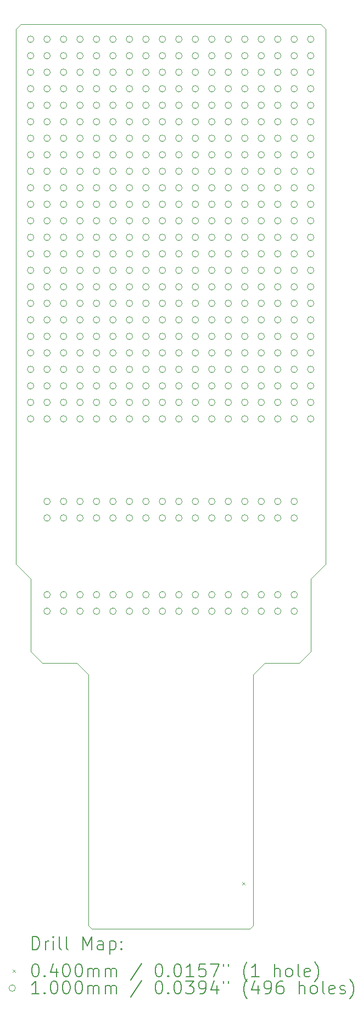
<source format=gbr>
%TF.GenerationSoftware,KiCad,Pcbnew,8.0.3-8.0.3-0~ubuntu24.04.1*%
%TF.CreationDate,2024-06-19T14:37:18-05:00*%
%TF.ProjectId,protopak64,70726f74-6f70-4616-9b36-342e6b696361,rev?*%
%TF.SameCoordinates,Original*%
%TF.FileFunction,Drillmap*%
%TF.FilePolarity,Positive*%
%FSLAX45Y45*%
G04 Gerber Fmt 4.5, Leading zero omitted, Abs format (unit mm)*
G04 Created by KiCad (PCBNEW 8.0.3-8.0.3-0~ubuntu24.04.1) date 2024-06-19 14:37:18*
%MOMM*%
%LPD*%
G01*
G04 APERTURE LIST*
%ADD10C,0.100000*%
%ADD11C,0.200000*%
G04 APERTURE END LIST*
D10*
X12065000Y-1600200D02*
X16687800Y-1600200D01*
X13106400Y-15468600D02*
X13106400Y-11607800D01*
X12395200Y-11430000D02*
X12217400Y-11252200D01*
X12928600Y-11430000D02*
X12395200Y-11430000D01*
X16535400Y-11252200D02*
X16535400Y-10134600D01*
X12217400Y-11252200D02*
X12217400Y-10134600D01*
X15646400Y-11607800D02*
X15824200Y-11430000D01*
X11988800Y-9906000D02*
X11988800Y-1676400D01*
X16687800Y-1600200D02*
X16764000Y-1676400D01*
X13106400Y-15468600D02*
X13157200Y-15519400D01*
X13157200Y-15519400D02*
X15595600Y-15519400D01*
X16357600Y-11430000D02*
X16535400Y-11252200D01*
X16357600Y-11430000D02*
X15824200Y-11430000D01*
X12065000Y-1600200D02*
X11988800Y-1676400D01*
X15595600Y-15519400D02*
X15646400Y-15468600D01*
X16764000Y-9906000D02*
X16535400Y-10134600D01*
X16764000Y-1676400D02*
X16764000Y-9906000D01*
X12217400Y-10134600D02*
X11988800Y-9906000D01*
X13106400Y-11607800D02*
X12928600Y-11430000D01*
X15646400Y-15468600D02*
X15646400Y-11607800D01*
D11*
D10*
X15481400Y-14795600D02*
X15521400Y-14835600D01*
X15521400Y-14795600D02*
X15481400Y-14835600D01*
X12267400Y-1828800D02*
G75*
G02*
X12167400Y-1828800I-50000J0D01*
G01*
X12167400Y-1828800D02*
G75*
G02*
X12267400Y-1828800I50000J0D01*
G01*
X12267400Y-2082800D02*
G75*
G02*
X12167400Y-2082800I-50000J0D01*
G01*
X12167400Y-2082800D02*
G75*
G02*
X12267400Y-2082800I50000J0D01*
G01*
X12267400Y-2336800D02*
G75*
G02*
X12167400Y-2336800I-50000J0D01*
G01*
X12167400Y-2336800D02*
G75*
G02*
X12267400Y-2336800I50000J0D01*
G01*
X12267400Y-2590800D02*
G75*
G02*
X12167400Y-2590800I-50000J0D01*
G01*
X12167400Y-2590800D02*
G75*
G02*
X12267400Y-2590800I50000J0D01*
G01*
X12267400Y-2844800D02*
G75*
G02*
X12167400Y-2844800I-50000J0D01*
G01*
X12167400Y-2844800D02*
G75*
G02*
X12267400Y-2844800I50000J0D01*
G01*
X12267400Y-3098800D02*
G75*
G02*
X12167400Y-3098800I-50000J0D01*
G01*
X12167400Y-3098800D02*
G75*
G02*
X12267400Y-3098800I50000J0D01*
G01*
X12267400Y-3352800D02*
G75*
G02*
X12167400Y-3352800I-50000J0D01*
G01*
X12167400Y-3352800D02*
G75*
G02*
X12267400Y-3352800I50000J0D01*
G01*
X12267400Y-3606800D02*
G75*
G02*
X12167400Y-3606800I-50000J0D01*
G01*
X12167400Y-3606800D02*
G75*
G02*
X12267400Y-3606800I50000J0D01*
G01*
X12267400Y-3860800D02*
G75*
G02*
X12167400Y-3860800I-50000J0D01*
G01*
X12167400Y-3860800D02*
G75*
G02*
X12267400Y-3860800I50000J0D01*
G01*
X12267400Y-4114800D02*
G75*
G02*
X12167400Y-4114800I-50000J0D01*
G01*
X12167400Y-4114800D02*
G75*
G02*
X12267400Y-4114800I50000J0D01*
G01*
X12267400Y-4368800D02*
G75*
G02*
X12167400Y-4368800I-50000J0D01*
G01*
X12167400Y-4368800D02*
G75*
G02*
X12267400Y-4368800I50000J0D01*
G01*
X12267400Y-4622800D02*
G75*
G02*
X12167400Y-4622800I-50000J0D01*
G01*
X12167400Y-4622800D02*
G75*
G02*
X12267400Y-4622800I50000J0D01*
G01*
X12267400Y-4876800D02*
G75*
G02*
X12167400Y-4876800I-50000J0D01*
G01*
X12167400Y-4876800D02*
G75*
G02*
X12267400Y-4876800I50000J0D01*
G01*
X12267400Y-5130800D02*
G75*
G02*
X12167400Y-5130800I-50000J0D01*
G01*
X12167400Y-5130800D02*
G75*
G02*
X12267400Y-5130800I50000J0D01*
G01*
X12267400Y-5384800D02*
G75*
G02*
X12167400Y-5384800I-50000J0D01*
G01*
X12167400Y-5384800D02*
G75*
G02*
X12267400Y-5384800I50000J0D01*
G01*
X12267400Y-5638800D02*
G75*
G02*
X12167400Y-5638800I-50000J0D01*
G01*
X12167400Y-5638800D02*
G75*
G02*
X12267400Y-5638800I50000J0D01*
G01*
X12267400Y-5892800D02*
G75*
G02*
X12167400Y-5892800I-50000J0D01*
G01*
X12167400Y-5892800D02*
G75*
G02*
X12267400Y-5892800I50000J0D01*
G01*
X12267400Y-6146800D02*
G75*
G02*
X12167400Y-6146800I-50000J0D01*
G01*
X12167400Y-6146800D02*
G75*
G02*
X12267400Y-6146800I50000J0D01*
G01*
X12267400Y-6400800D02*
G75*
G02*
X12167400Y-6400800I-50000J0D01*
G01*
X12167400Y-6400800D02*
G75*
G02*
X12267400Y-6400800I50000J0D01*
G01*
X12267400Y-6654800D02*
G75*
G02*
X12167400Y-6654800I-50000J0D01*
G01*
X12167400Y-6654800D02*
G75*
G02*
X12267400Y-6654800I50000J0D01*
G01*
X12267400Y-6908800D02*
G75*
G02*
X12167400Y-6908800I-50000J0D01*
G01*
X12167400Y-6908800D02*
G75*
G02*
X12267400Y-6908800I50000J0D01*
G01*
X12267400Y-7162800D02*
G75*
G02*
X12167400Y-7162800I-50000J0D01*
G01*
X12167400Y-7162800D02*
G75*
G02*
X12267400Y-7162800I50000J0D01*
G01*
X12267400Y-7416800D02*
G75*
G02*
X12167400Y-7416800I-50000J0D01*
G01*
X12167400Y-7416800D02*
G75*
G02*
X12267400Y-7416800I50000J0D01*
G01*
X12267400Y-7670800D02*
G75*
G02*
X12167400Y-7670800I-50000J0D01*
G01*
X12167400Y-7670800D02*
G75*
G02*
X12267400Y-7670800I50000J0D01*
G01*
X12521400Y-1828800D02*
G75*
G02*
X12421400Y-1828800I-50000J0D01*
G01*
X12421400Y-1828800D02*
G75*
G02*
X12521400Y-1828800I50000J0D01*
G01*
X12521400Y-2082800D02*
G75*
G02*
X12421400Y-2082800I-50000J0D01*
G01*
X12421400Y-2082800D02*
G75*
G02*
X12521400Y-2082800I50000J0D01*
G01*
X12521400Y-2336800D02*
G75*
G02*
X12421400Y-2336800I-50000J0D01*
G01*
X12421400Y-2336800D02*
G75*
G02*
X12521400Y-2336800I50000J0D01*
G01*
X12521400Y-2590800D02*
G75*
G02*
X12421400Y-2590800I-50000J0D01*
G01*
X12421400Y-2590800D02*
G75*
G02*
X12521400Y-2590800I50000J0D01*
G01*
X12521400Y-2844800D02*
G75*
G02*
X12421400Y-2844800I-50000J0D01*
G01*
X12421400Y-2844800D02*
G75*
G02*
X12521400Y-2844800I50000J0D01*
G01*
X12521400Y-3098800D02*
G75*
G02*
X12421400Y-3098800I-50000J0D01*
G01*
X12421400Y-3098800D02*
G75*
G02*
X12521400Y-3098800I50000J0D01*
G01*
X12521400Y-3352800D02*
G75*
G02*
X12421400Y-3352800I-50000J0D01*
G01*
X12421400Y-3352800D02*
G75*
G02*
X12521400Y-3352800I50000J0D01*
G01*
X12521400Y-3606800D02*
G75*
G02*
X12421400Y-3606800I-50000J0D01*
G01*
X12421400Y-3606800D02*
G75*
G02*
X12521400Y-3606800I50000J0D01*
G01*
X12521400Y-3860800D02*
G75*
G02*
X12421400Y-3860800I-50000J0D01*
G01*
X12421400Y-3860800D02*
G75*
G02*
X12521400Y-3860800I50000J0D01*
G01*
X12521400Y-4114800D02*
G75*
G02*
X12421400Y-4114800I-50000J0D01*
G01*
X12421400Y-4114800D02*
G75*
G02*
X12521400Y-4114800I50000J0D01*
G01*
X12521400Y-4368800D02*
G75*
G02*
X12421400Y-4368800I-50000J0D01*
G01*
X12421400Y-4368800D02*
G75*
G02*
X12521400Y-4368800I50000J0D01*
G01*
X12521400Y-4622800D02*
G75*
G02*
X12421400Y-4622800I-50000J0D01*
G01*
X12421400Y-4622800D02*
G75*
G02*
X12521400Y-4622800I50000J0D01*
G01*
X12521400Y-4876800D02*
G75*
G02*
X12421400Y-4876800I-50000J0D01*
G01*
X12421400Y-4876800D02*
G75*
G02*
X12521400Y-4876800I50000J0D01*
G01*
X12521400Y-5130800D02*
G75*
G02*
X12421400Y-5130800I-50000J0D01*
G01*
X12421400Y-5130800D02*
G75*
G02*
X12521400Y-5130800I50000J0D01*
G01*
X12521400Y-5384800D02*
G75*
G02*
X12421400Y-5384800I-50000J0D01*
G01*
X12421400Y-5384800D02*
G75*
G02*
X12521400Y-5384800I50000J0D01*
G01*
X12521400Y-5638800D02*
G75*
G02*
X12421400Y-5638800I-50000J0D01*
G01*
X12421400Y-5638800D02*
G75*
G02*
X12521400Y-5638800I50000J0D01*
G01*
X12521400Y-5892800D02*
G75*
G02*
X12421400Y-5892800I-50000J0D01*
G01*
X12421400Y-5892800D02*
G75*
G02*
X12521400Y-5892800I50000J0D01*
G01*
X12521400Y-6146800D02*
G75*
G02*
X12421400Y-6146800I-50000J0D01*
G01*
X12421400Y-6146800D02*
G75*
G02*
X12521400Y-6146800I50000J0D01*
G01*
X12521400Y-6400800D02*
G75*
G02*
X12421400Y-6400800I-50000J0D01*
G01*
X12421400Y-6400800D02*
G75*
G02*
X12521400Y-6400800I50000J0D01*
G01*
X12521400Y-6654800D02*
G75*
G02*
X12421400Y-6654800I-50000J0D01*
G01*
X12421400Y-6654800D02*
G75*
G02*
X12521400Y-6654800I50000J0D01*
G01*
X12521400Y-6908800D02*
G75*
G02*
X12421400Y-6908800I-50000J0D01*
G01*
X12421400Y-6908800D02*
G75*
G02*
X12521400Y-6908800I50000J0D01*
G01*
X12521400Y-7162800D02*
G75*
G02*
X12421400Y-7162800I-50000J0D01*
G01*
X12421400Y-7162800D02*
G75*
G02*
X12521400Y-7162800I50000J0D01*
G01*
X12521400Y-7416800D02*
G75*
G02*
X12421400Y-7416800I-50000J0D01*
G01*
X12421400Y-7416800D02*
G75*
G02*
X12521400Y-7416800I50000J0D01*
G01*
X12521400Y-7670800D02*
G75*
G02*
X12421400Y-7670800I-50000J0D01*
G01*
X12421400Y-7670800D02*
G75*
G02*
X12521400Y-7670800I50000J0D01*
G01*
X12521400Y-8940800D02*
G75*
G02*
X12421400Y-8940800I-50000J0D01*
G01*
X12421400Y-8940800D02*
G75*
G02*
X12521400Y-8940800I50000J0D01*
G01*
X12521400Y-9194800D02*
G75*
G02*
X12421400Y-9194800I-50000J0D01*
G01*
X12421400Y-9194800D02*
G75*
G02*
X12521400Y-9194800I50000J0D01*
G01*
X12521400Y-10375400D02*
G75*
G02*
X12421400Y-10375400I-50000J0D01*
G01*
X12421400Y-10375400D02*
G75*
G02*
X12521400Y-10375400I50000J0D01*
G01*
X12521400Y-10629400D02*
G75*
G02*
X12421400Y-10629400I-50000J0D01*
G01*
X12421400Y-10629400D02*
G75*
G02*
X12521400Y-10629400I50000J0D01*
G01*
X12775400Y-1828800D02*
G75*
G02*
X12675400Y-1828800I-50000J0D01*
G01*
X12675400Y-1828800D02*
G75*
G02*
X12775400Y-1828800I50000J0D01*
G01*
X12775400Y-2082800D02*
G75*
G02*
X12675400Y-2082800I-50000J0D01*
G01*
X12675400Y-2082800D02*
G75*
G02*
X12775400Y-2082800I50000J0D01*
G01*
X12775400Y-2336800D02*
G75*
G02*
X12675400Y-2336800I-50000J0D01*
G01*
X12675400Y-2336800D02*
G75*
G02*
X12775400Y-2336800I50000J0D01*
G01*
X12775400Y-2590800D02*
G75*
G02*
X12675400Y-2590800I-50000J0D01*
G01*
X12675400Y-2590800D02*
G75*
G02*
X12775400Y-2590800I50000J0D01*
G01*
X12775400Y-2844800D02*
G75*
G02*
X12675400Y-2844800I-50000J0D01*
G01*
X12675400Y-2844800D02*
G75*
G02*
X12775400Y-2844800I50000J0D01*
G01*
X12775400Y-3098800D02*
G75*
G02*
X12675400Y-3098800I-50000J0D01*
G01*
X12675400Y-3098800D02*
G75*
G02*
X12775400Y-3098800I50000J0D01*
G01*
X12775400Y-3352800D02*
G75*
G02*
X12675400Y-3352800I-50000J0D01*
G01*
X12675400Y-3352800D02*
G75*
G02*
X12775400Y-3352800I50000J0D01*
G01*
X12775400Y-3606800D02*
G75*
G02*
X12675400Y-3606800I-50000J0D01*
G01*
X12675400Y-3606800D02*
G75*
G02*
X12775400Y-3606800I50000J0D01*
G01*
X12775400Y-3860800D02*
G75*
G02*
X12675400Y-3860800I-50000J0D01*
G01*
X12675400Y-3860800D02*
G75*
G02*
X12775400Y-3860800I50000J0D01*
G01*
X12775400Y-4114800D02*
G75*
G02*
X12675400Y-4114800I-50000J0D01*
G01*
X12675400Y-4114800D02*
G75*
G02*
X12775400Y-4114800I50000J0D01*
G01*
X12775400Y-4368800D02*
G75*
G02*
X12675400Y-4368800I-50000J0D01*
G01*
X12675400Y-4368800D02*
G75*
G02*
X12775400Y-4368800I50000J0D01*
G01*
X12775400Y-4622800D02*
G75*
G02*
X12675400Y-4622800I-50000J0D01*
G01*
X12675400Y-4622800D02*
G75*
G02*
X12775400Y-4622800I50000J0D01*
G01*
X12775400Y-4876800D02*
G75*
G02*
X12675400Y-4876800I-50000J0D01*
G01*
X12675400Y-4876800D02*
G75*
G02*
X12775400Y-4876800I50000J0D01*
G01*
X12775400Y-5130800D02*
G75*
G02*
X12675400Y-5130800I-50000J0D01*
G01*
X12675400Y-5130800D02*
G75*
G02*
X12775400Y-5130800I50000J0D01*
G01*
X12775400Y-5384800D02*
G75*
G02*
X12675400Y-5384800I-50000J0D01*
G01*
X12675400Y-5384800D02*
G75*
G02*
X12775400Y-5384800I50000J0D01*
G01*
X12775400Y-5638800D02*
G75*
G02*
X12675400Y-5638800I-50000J0D01*
G01*
X12675400Y-5638800D02*
G75*
G02*
X12775400Y-5638800I50000J0D01*
G01*
X12775400Y-5892800D02*
G75*
G02*
X12675400Y-5892800I-50000J0D01*
G01*
X12675400Y-5892800D02*
G75*
G02*
X12775400Y-5892800I50000J0D01*
G01*
X12775400Y-6146800D02*
G75*
G02*
X12675400Y-6146800I-50000J0D01*
G01*
X12675400Y-6146800D02*
G75*
G02*
X12775400Y-6146800I50000J0D01*
G01*
X12775400Y-6400800D02*
G75*
G02*
X12675400Y-6400800I-50000J0D01*
G01*
X12675400Y-6400800D02*
G75*
G02*
X12775400Y-6400800I50000J0D01*
G01*
X12775400Y-6654800D02*
G75*
G02*
X12675400Y-6654800I-50000J0D01*
G01*
X12675400Y-6654800D02*
G75*
G02*
X12775400Y-6654800I50000J0D01*
G01*
X12775400Y-6908800D02*
G75*
G02*
X12675400Y-6908800I-50000J0D01*
G01*
X12675400Y-6908800D02*
G75*
G02*
X12775400Y-6908800I50000J0D01*
G01*
X12775400Y-7162800D02*
G75*
G02*
X12675400Y-7162800I-50000J0D01*
G01*
X12675400Y-7162800D02*
G75*
G02*
X12775400Y-7162800I50000J0D01*
G01*
X12775400Y-7416800D02*
G75*
G02*
X12675400Y-7416800I-50000J0D01*
G01*
X12675400Y-7416800D02*
G75*
G02*
X12775400Y-7416800I50000J0D01*
G01*
X12775400Y-7670800D02*
G75*
G02*
X12675400Y-7670800I-50000J0D01*
G01*
X12675400Y-7670800D02*
G75*
G02*
X12775400Y-7670800I50000J0D01*
G01*
X12775400Y-8940800D02*
G75*
G02*
X12675400Y-8940800I-50000J0D01*
G01*
X12675400Y-8940800D02*
G75*
G02*
X12775400Y-8940800I50000J0D01*
G01*
X12775400Y-9194800D02*
G75*
G02*
X12675400Y-9194800I-50000J0D01*
G01*
X12675400Y-9194800D02*
G75*
G02*
X12775400Y-9194800I50000J0D01*
G01*
X12775400Y-10375400D02*
G75*
G02*
X12675400Y-10375400I-50000J0D01*
G01*
X12675400Y-10375400D02*
G75*
G02*
X12775400Y-10375400I50000J0D01*
G01*
X12775400Y-10629400D02*
G75*
G02*
X12675400Y-10629400I-50000J0D01*
G01*
X12675400Y-10629400D02*
G75*
G02*
X12775400Y-10629400I50000J0D01*
G01*
X13029400Y-1828800D02*
G75*
G02*
X12929400Y-1828800I-50000J0D01*
G01*
X12929400Y-1828800D02*
G75*
G02*
X13029400Y-1828800I50000J0D01*
G01*
X13029400Y-2082800D02*
G75*
G02*
X12929400Y-2082800I-50000J0D01*
G01*
X12929400Y-2082800D02*
G75*
G02*
X13029400Y-2082800I50000J0D01*
G01*
X13029400Y-2336800D02*
G75*
G02*
X12929400Y-2336800I-50000J0D01*
G01*
X12929400Y-2336800D02*
G75*
G02*
X13029400Y-2336800I50000J0D01*
G01*
X13029400Y-2590800D02*
G75*
G02*
X12929400Y-2590800I-50000J0D01*
G01*
X12929400Y-2590800D02*
G75*
G02*
X13029400Y-2590800I50000J0D01*
G01*
X13029400Y-2844800D02*
G75*
G02*
X12929400Y-2844800I-50000J0D01*
G01*
X12929400Y-2844800D02*
G75*
G02*
X13029400Y-2844800I50000J0D01*
G01*
X13029400Y-3098800D02*
G75*
G02*
X12929400Y-3098800I-50000J0D01*
G01*
X12929400Y-3098800D02*
G75*
G02*
X13029400Y-3098800I50000J0D01*
G01*
X13029400Y-3352800D02*
G75*
G02*
X12929400Y-3352800I-50000J0D01*
G01*
X12929400Y-3352800D02*
G75*
G02*
X13029400Y-3352800I50000J0D01*
G01*
X13029400Y-3606800D02*
G75*
G02*
X12929400Y-3606800I-50000J0D01*
G01*
X12929400Y-3606800D02*
G75*
G02*
X13029400Y-3606800I50000J0D01*
G01*
X13029400Y-3860800D02*
G75*
G02*
X12929400Y-3860800I-50000J0D01*
G01*
X12929400Y-3860800D02*
G75*
G02*
X13029400Y-3860800I50000J0D01*
G01*
X13029400Y-4114800D02*
G75*
G02*
X12929400Y-4114800I-50000J0D01*
G01*
X12929400Y-4114800D02*
G75*
G02*
X13029400Y-4114800I50000J0D01*
G01*
X13029400Y-4368800D02*
G75*
G02*
X12929400Y-4368800I-50000J0D01*
G01*
X12929400Y-4368800D02*
G75*
G02*
X13029400Y-4368800I50000J0D01*
G01*
X13029400Y-4622800D02*
G75*
G02*
X12929400Y-4622800I-50000J0D01*
G01*
X12929400Y-4622800D02*
G75*
G02*
X13029400Y-4622800I50000J0D01*
G01*
X13029400Y-4876800D02*
G75*
G02*
X12929400Y-4876800I-50000J0D01*
G01*
X12929400Y-4876800D02*
G75*
G02*
X13029400Y-4876800I50000J0D01*
G01*
X13029400Y-5130800D02*
G75*
G02*
X12929400Y-5130800I-50000J0D01*
G01*
X12929400Y-5130800D02*
G75*
G02*
X13029400Y-5130800I50000J0D01*
G01*
X13029400Y-5384800D02*
G75*
G02*
X12929400Y-5384800I-50000J0D01*
G01*
X12929400Y-5384800D02*
G75*
G02*
X13029400Y-5384800I50000J0D01*
G01*
X13029400Y-5638800D02*
G75*
G02*
X12929400Y-5638800I-50000J0D01*
G01*
X12929400Y-5638800D02*
G75*
G02*
X13029400Y-5638800I50000J0D01*
G01*
X13029400Y-5892800D02*
G75*
G02*
X12929400Y-5892800I-50000J0D01*
G01*
X12929400Y-5892800D02*
G75*
G02*
X13029400Y-5892800I50000J0D01*
G01*
X13029400Y-6146800D02*
G75*
G02*
X12929400Y-6146800I-50000J0D01*
G01*
X12929400Y-6146800D02*
G75*
G02*
X13029400Y-6146800I50000J0D01*
G01*
X13029400Y-6400800D02*
G75*
G02*
X12929400Y-6400800I-50000J0D01*
G01*
X12929400Y-6400800D02*
G75*
G02*
X13029400Y-6400800I50000J0D01*
G01*
X13029400Y-6654800D02*
G75*
G02*
X12929400Y-6654800I-50000J0D01*
G01*
X12929400Y-6654800D02*
G75*
G02*
X13029400Y-6654800I50000J0D01*
G01*
X13029400Y-6908800D02*
G75*
G02*
X12929400Y-6908800I-50000J0D01*
G01*
X12929400Y-6908800D02*
G75*
G02*
X13029400Y-6908800I50000J0D01*
G01*
X13029400Y-7162800D02*
G75*
G02*
X12929400Y-7162800I-50000J0D01*
G01*
X12929400Y-7162800D02*
G75*
G02*
X13029400Y-7162800I50000J0D01*
G01*
X13029400Y-7416800D02*
G75*
G02*
X12929400Y-7416800I-50000J0D01*
G01*
X12929400Y-7416800D02*
G75*
G02*
X13029400Y-7416800I50000J0D01*
G01*
X13029400Y-7670800D02*
G75*
G02*
X12929400Y-7670800I-50000J0D01*
G01*
X12929400Y-7670800D02*
G75*
G02*
X13029400Y-7670800I50000J0D01*
G01*
X13029400Y-8940800D02*
G75*
G02*
X12929400Y-8940800I-50000J0D01*
G01*
X12929400Y-8940800D02*
G75*
G02*
X13029400Y-8940800I50000J0D01*
G01*
X13029400Y-9194800D02*
G75*
G02*
X12929400Y-9194800I-50000J0D01*
G01*
X12929400Y-9194800D02*
G75*
G02*
X13029400Y-9194800I50000J0D01*
G01*
X13029400Y-10375400D02*
G75*
G02*
X12929400Y-10375400I-50000J0D01*
G01*
X12929400Y-10375400D02*
G75*
G02*
X13029400Y-10375400I50000J0D01*
G01*
X13029400Y-10629400D02*
G75*
G02*
X12929400Y-10629400I-50000J0D01*
G01*
X12929400Y-10629400D02*
G75*
G02*
X13029400Y-10629400I50000J0D01*
G01*
X13283400Y-1828800D02*
G75*
G02*
X13183400Y-1828800I-50000J0D01*
G01*
X13183400Y-1828800D02*
G75*
G02*
X13283400Y-1828800I50000J0D01*
G01*
X13283400Y-2082800D02*
G75*
G02*
X13183400Y-2082800I-50000J0D01*
G01*
X13183400Y-2082800D02*
G75*
G02*
X13283400Y-2082800I50000J0D01*
G01*
X13283400Y-2336800D02*
G75*
G02*
X13183400Y-2336800I-50000J0D01*
G01*
X13183400Y-2336800D02*
G75*
G02*
X13283400Y-2336800I50000J0D01*
G01*
X13283400Y-2590800D02*
G75*
G02*
X13183400Y-2590800I-50000J0D01*
G01*
X13183400Y-2590800D02*
G75*
G02*
X13283400Y-2590800I50000J0D01*
G01*
X13283400Y-2844800D02*
G75*
G02*
X13183400Y-2844800I-50000J0D01*
G01*
X13183400Y-2844800D02*
G75*
G02*
X13283400Y-2844800I50000J0D01*
G01*
X13283400Y-3098800D02*
G75*
G02*
X13183400Y-3098800I-50000J0D01*
G01*
X13183400Y-3098800D02*
G75*
G02*
X13283400Y-3098800I50000J0D01*
G01*
X13283400Y-3352800D02*
G75*
G02*
X13183400Y-3352800I-50000J0D01*
G01*
X13183400Y-3352800D02*
G75*
G02*
X13283400Y-3352800I50000J0D01*
G01*
X13283400Y-3606800D02*
G75*
G02*
X13183400Y-3606800I-50000J0D01*
G01*
X13183400Y-3606800D02*
G75*
G02*
X13283400Y-3606800I50000J0D01*
G01*
X13283400Y-3860800D02*
G75*
G02*
X13183400Y-3860800I-50000J0D01*
G01*
X13183400Y-3860800D02*
G75*
G02*
X13283400Y-3860800I50000J0D01*
G01*
X13283400Y-4114800D02*
G75*
G02*
X13183400Y-4114800I-50000J0D01*
G01*
X13183400Y-4114800D02*
G75*
G02*
X13283400Y-4114800I50000J0D01*
G01*
X13283400Y-4368800D02*
G75*
G02*
X13183400Y-4368800I-50000J0D01*
G01*
X13183400Y-4368800D02*
G75*
G02*
X13283400Y-4368800I50000J0D01*
G01*
X13283400Y-4622800D02*
G75*
G02*
X13183400Y-4622800I-50000J0D01*
G01*
X13183400Y-4622800D02*
G75*
G02*
X13283400Y-4622800I50000J0D01*
G01*
X13283400Y-4876800D02*
G75*
G02*
X13183400Y-4876800I-50000J0D01*
G01*
X13183400Y-4876800D02*
G75*
G02*
X13283400Y-4876800I50000J0D01*
G01*
X13283400Y-5130800D02*
G75*
G02*
X13183400Y-5130800I-50000J0D01*
G01*
X13183400Y-5130800D02*
G75*
G02*
X13283400Y-5130800I50000J0D01*
G01*
X13283400Y-5384800D02*
G75*
G02*
X13183400Y-5384800I-50000J0D01*
G01*
X13183400Y-5384800D02*
G75*
G02*
X13283400Y-5384800I50000J0D01*
G01*
X13283400Y-5638800D02*
G75*
G02*
X13183400Y-5638800I-50000J0D01*
G01*
X13183400Y-5638800D02*
G75*
G02*
X13283400Y-5638800I50000J0D01*
G01*
X13283400Y-5892800D02*
G75*
G02*
X13183400Y-5892800I-50000J0D01*
G01*
X13183400Y-5892800D02*
G75*
G02*
X13283400Y-5892800I50000J0D01*
G01*
X13283400Y-6146800D02*
G75*
G02*
X13183400Y-6146800I-50000J0D01*
G01*
X13183400Y-6146800D02*
G75*
G02*
X13283400Y-6146800I50000J0D01*
G01*
X13283400Y-6400800D02*
G75*
G02*
X13183400Y-6400800I-50000J0D01*
G01*
X13183400Y-6400800D02*
G75*
G02*
X13283400Y-6400800I50000J0D01*
G01*
X13283400Y-6654800D02*
G75*
G02*
X13183400Y-6654800I-50000J0D01*
G01*
X13183400Y-6654800D02*
G75*
G02*
X13283400Y-6654800I50000J0D01*
G01*
X13283400Y-6908800D02*
G75*
G02*
X13183400Y-6908800I-50000J0D01*
G01*
X13183400Y-6908800D02*
G75*
G02*
X13283400Y-6908800I50000J0D01*
G01*
X13283400Y-7162800D02*
G75*
G02*
X13183400Y-7162800I-50000J0D01*
G01*
X13183400Y-7162800D02*
G75*
G02*
X13283400Y-7162800I50000J0D01*
G01*
X13283400Y-7416800D02*
G75*
G02*
X13183400Y-7416800I-50000J0D01*
G01*
X13183400Y-7416800D02*
G75*
G02*
X13283400Y-7416800I50000J0D01*
G01*
X13283400Y-7670800D02*
G75*
G02*
X13183400Y-7670800I-50000J0D01*
G01*
X13183400Y-7670800D02*
G75*
G02*
X13283400Y-7670800I50000J0D01*
G01*
X13283400Y-8940800D02*
G75*
G02*
X13183400Y-8940800I-50000J0D01*
G01*
X13183400Y-8940800D02*
G75*
G02*
X13283400Y-8940800I50000J0D01*
G01*
X13283400Y-9194800D02*
G75*
G02*
X13183400Y-9194800I-50000J0D01*
G01*
X13183400Y-9194800D02*
G75*
G02*
X13283400Y-9194800I50000J0D01*
G01*
X13283400Y-10375400D02*
G75*
G02*
X13183400Y-10375400I-50000J0D01*
G01*
X13183400Y-10375400D02*
G75*
G02*
X13283400Y-10375400I50000J0D01*
G01*
X13283400Y-10629400D02*
G75*
G02*
X13183400Y-10629400I-50000J0D01*
G01*
X13183400Y-10629400D02*
G75*
G02*
X13283400Y-10629400I50000J0D01*
G01*
X13537400Y-1828800D02*
G75*
G02*
X13437400Y-1828800I-50000J0D01*
G01*
X13437400Y-1828800D02*
G75*
G02*
X13537400Y-1828800I50000J0D01*
G01*
X13537400Y-2082800D02*
G75*
G02*
X13437400Y-2082800I-50000J0D01*
G01*
X13437400Y-2082800D02*
G75*
G02*
X13537400Y-2082800I50000J0D01*
G01*
X13537400Y-2336800D02*
G75*
G02*
X13437400Y-2336800I-50000J0D01*
G01*
X13437400Y-2336800D02*
G75*
G02*
X13537400Y-2336800I50000J0D01*
G01*
X13537400Y-2590800D02*
G75*
G02*
X13437400Y-2590800I-50000J0D01*
G01*
X13437400Y-2590800D02*
G75*
G02*
X13537400Y-2590800I50000J0D01*
G01*
X13537400Y-2844800D02*
G75*
G02*
X13437400Y-2844800I-50000J0D01*
G01*
X13437400Y-2844800D02*
G75*
G02*
X13537400Y-2844800I50000J0D01*
G01*
X13537400Y-3098800D02*
G75*
G02*
X13437400Y-3098800I-50000J0D01*
G01*
X13437400Y-3098800D02*
G75*
G02*
X13537400Y-3098800I50000J0D01*
G01*
X13537400Y-3352800D02*
G75*
G02*
X13437400Y-3352800I-50000J0D01*
G01*
X13437400Y-3352800D02*
G75*
G02*
X13537400Y-3352800I50000J0D01*
G01*
X13537400Y-3606800D02*
G75*
G02*
X13437400Y-3606800I-50000J0D01*
G01*
X13437400Y-3606800D02*
G75*
G02*
X13537400Y-3606800I50000J0D01*
G01*
X13537400Y-3860800D02*
G75*
G02*
X13437400Y-3860800I-50000J0D01*
G01*
X13437400Y-3860800D02*
G75*
G02*
X13537400Y-3860800I50000J0D01*
G01*
X13537400Y-4114800D02*
G75*
G02*
X13437400Y-4114800I-50000J0D01*
G01*
X13437400Y-4114800D02*
G75*
G02*
X13537400Y-4114800I50000J0D01*
G01*
X13537400Y-4368800D02*
G75*
G02*
X13437400Y-4368800I-50000J0D01*
G01*
X13437400Y-4368800D02*
G75*
G02*
X13537400Y-4368800I50000J0D01*
G01*
X13537400Y-4622800D02*
G75*
G02*
X13437400Y-4622800I-50000J0D01*
G01*
X13437400Y-4622800D02*
G75*
G02*
X13537400Y-4622800I50000J0D01*
G01*
X13537400Y-4876800D02*
G75*
G02*
X13437400Y-4876800I-50000J0D01*
G01*
X13437400Y-4876800D02*
G75*
G02*
X13537400Y-4876800I50000J0D01*
G01*
X13537400Y-5130800D02*
G75*
G02*
X13437400Y-5130800I-50000J0D01*
G01*
X13437400Y-5130800D02*
G75*
G02*
X13537400Y-5130800I50000J0D01*
G01*
X13537400Y-5384800D02*
G75*
G02*
X13437400Y-5384800I-50000J0D01*
G01*
X13437400Y-5384800D02*
G75*
G02*
X13537400Y-5384800I50000J0D01*
G01*
X13537400Y-5638800D02*
G75*
G02*
X13437400Y-5638800I-50000J0D01*
G01*
X13437400Y-5638800D02*
G75*
G02*
X13537400Y-5638800I50000J0D01*
G01*
X13537400Y-5892800D02*
G75*
G02*
X13437400Y-5892800I-50000J0D01*
G01*
X13437400Y-5892800D02*
G75*
G02*
X13537400Y-5892800I50000J0D01*
G01*
X13537400Y-6146800D02*
G75*
G02*
X13437400Y-6146800I-50000J0D01*
G01*
X13437400Y-6146800D02*
G75*
G02*
X13537400Y-6146800I50000J0D01*
G01*
X13537400Y-6400800D02*
G75*
G02*
X13437400Y-6400800I-50000J0D01*
G01*
X13437400Y-6400800D02*
G75*
G02*
X13537400Y-6400800I50000J0D01*
G01*
X13537400Y-6654800D02*
G75*
G02*
X13437400Y-6654800I-50000J0D01*
G01*
X13437400Y-6654800D02*
G75*
G02*
X13537400Y-6654800I50000J0D01*
G01*
X13537400Y-6908800D02*
G75*
G02*
X13437400Y-6908800I-50000J0D01*
G01*
X13437400Y-6908800D02*
G75*
G02*
X13537400Y-6908800I50000J0D01*
G01*
X13537400Y-7162800D02*
G75*
G02*
X13437400Y-7162800I-50000J0D01*
G01*
X13437400Y-7162800D02*
G75*
G02*
X13537400Y-7162800I50000J0D01*
G01*
X13537400Y-7416800D02*
G75*
G02*
X13437400Y-7416800I-50000J0D01*
G01*
X13437400Y-7416800D02*
G75*
G02*
X13537400Y-7416800I50000J0D01*
G01*
X13537400Y-7670800D02*
G75*
G02*
X13437400Y-7670800I-50000J0D01*
G01*
X13437400Y-7670800D02*
G75*
G02*
X13537400Y-7670800I50000J0D01*
G01*
X13537400Y-8940800D02*
G75*
G02*
X13437400Y-8940800I-50000J0D01*
G01*
X13437400Y-8940800D02*
G75*
G02*
X13537400Y-8940800I50000J0D01*
G01*
X13537400Y-9194800D02*
G75*
G02*
X13437400Y-9194800I-50000J0D01*
G01*
X13437400Y-9194800D02*
G75*
G02*
X13537400Y-9194800I50000J0D01*
G01*
X13537400Y-10375400D02*
G75*
G02*
X13437400Y-10375400I-50000J0D01*
G01*
X13437400Y-10375400D02*
G75*
G02*
X13537400Y-10375400I50000J0D01*
G01*
X13537400Y-10629400D02*
G75*
G02*
X13437400Y-10629400I-50000J0D01*
G01*
X13437400Y-10629400D02*
G75*
G02*
X13537400Y-10629400I50000J0D01*
G01*
X13791400Y-1828800D02*
G75*
G02*
X13691400Y-1828800I-50000J0D01*
G01*
X13691400Y-1828800D02*
G75*
G02*
X13791400Y-1828800I50000J0D01*
G01*
X13791400Y-2082800D02*
G75*
G02*
X13691400Y-2082800I-50000J0D01*
G01*
X13691400Y-2082800D02*
G75*
G02*
X13791400Y-2082800I50000J0D01*
G01*
X13791400Y-2336800D02*
G75*
G02*
X13691400Y-2336800I-50000J0D01*
G01*
X13691400Y-2336800D02*
G75*
G02*
X13791400Y-2336800I50000J0D01*
G01*
X13791400Y-2590800D02*
G75*
G02*
X13691400Y-2590800I-50000J0D01*
G01*
X13691400Y-2590800D02*
G75*
G02*
X13791400Y-2590800I50000J0D01*
G01*
X13791400Y-2844800D02*
G75*
G02*
X13691400Y-2844800I-50000J0D01*
G01*
X13691400Y-2844800D02*
G75*
G02*
X13791400Y-2844800I50000J0D01*
G01*
X13791400Y-3098800D02*
G75*
G02*
X13691400Y-3098800I-50000J0D01*
G01*
X13691400Y-3098800D02*
G75*
G02*
X13791400Y-3098800I50000J0D01*
G01*
X13791400Y-3352800D02*
G75*
G02*
X13691400Y-3352800I-50000J0D01*
G01*
X13691400Y-3352800D02*
G75*
G02*
X13791400Y-3352800I50000J0D01*
G01*
X13791400Y-3606800D02*
G75*
G02*
X13691400Y-3606800I-50000J0D01*
G01*
X13691400Y-3606800D02*
G75*
G02*
X13791400Y-3606800I50000J0D01*
G01*
X13791400Y-3860800D02*
G75*
G02*
X13691400Y-3860800I-50000J0D01*
G01*
X13691400Y-3860800D02*
G75*
G02*
X13791400Y-3860800I50000J0D01*
G01*
X13791400Y-4114800D02*
G75*
G02*
X13691400Y-4114800I-50000J0D01*
G01*
X13691400Y-4114800D02*
G75*
G02*
X13791400Y-4114800I50000J0D01*
G01*
X13791400Y-4368800D02*
G75*
G02*
X13691400Y-4368800I-50000J0D01*
G01*
X13691400Y-4368800D02*
G75*
G02*
X13791400Y-4368800I50000J0D01*
G01*
X13791400Y-4622800D02*
G75*
G02*
X13691400Y-4622800I-50000J0D01*
G01*
X13691400Y-4622800D02*
G75*
G02*
X13791400Y-4622800I50000J0D01*
G01*
X13791400Y-4876800D02*
G75*
G02*
X13691400Y-4876800I-50000J0D01*
G01*
X13691400Y-4876800D02*
G75*
G02*
X13791400Y-4876800I50000J0D01*
G01*
X13791400Y-5130800D02*
G75*
G02*
X13691400Y-5130800I-50000J0D01*
G01*
X13691400Y-5130800D02*
G75*
G02*
X13791400Y-5130800I50000J0D01*
G01*
X13791400Y-5384800D02*
G75*
G02*
X13691400Y-5384800I-50000J0D01*
G01*
X13691400Y-5384800D02*
G75*
G02*
X13791400Y-5384800I50000J0D01*
G01*
X13791400Y-5638800D02*
G75*
G02*
X13691400Y-5638800I-50000J0D01*
G01*
X13691400Y-5638800D02*
G75*
G02*
X13791400Y-5638800I50000J0D01*
G01*
X13791400Y-5892800D02*
G75*
G02*
X13691400Y-5892800I-50000J0D01*
G01*
X13691400Y-5892800D02*
G75*
G02*
X13791400Y-5892800I50000J0D01*
G01*
X13791400Y-6146800D02*
G75*
G02*
X13691400Y-6146800I-50000J0D01*
G01*
X13691400Y-6146800D02*
G75*
G02*
X13791400Y-6146800I50000J0D01*
G01*
X13791400Y-6400800D02*
G75*
G02*
X13691400Y-6400800I-50000J0D01*
G01*
X13691400Y-6400800D02*
G75*
G02*
X13791400Y-6400800I50000J0D01*
G01*
X13791400Y-6654800D02*
G75*
G02*
X13691400Y-6654800I-50000J0D01*
G01*
X13691400Y-6654800D02*
G75*
G02*
X13791400Y-6654800I50000J0D01*
G01*
X13791400Y-6908800D02*
G75*
G02*
X13691400Y-6908800I-50000J0D01*
G01*
X13691400Y-6908800D02*
G75*
G02*
X13791400Y-6908800I50000J0D01*
G01*
X13791400Y-7162800D02*
G75*
G02*
X13691400Y-7162800I-50000J0D01*
G01*
X13691400Y-7162800D02*
G75*
G02*
X13791400Y-7162800I50000J0D01*
G01*
X13791400Y-7416800D02*
G75*
G02*
X13691400Y-7416800I-50000J0D01*
G01*
X13691400Y-7416800D02*
G75*
G02*
X13791400Y-7416800I50000J0D01*
G01*
X13791400Y-7670800D02*
G75*
G02*
X13691400Y-7670800I-50000J0D01*
G01*
X13691400Y-7670800D02*
G75*
G02*
X13791400Y-7670800I50000J0D01*
G01*
X13791400Y-8940800D02*
G75*
G02*
X13691400Y-8940800I-50000J0D01*
G01*
X13691400Y-8940800D02*
G75*
G02*
X13791400Y-8940800I50000J0D01*
G01*
X13791400Y-9194800D02*
G75*
G02*
X13691400Y-9194800I-50000J0D01*
G01*
X13691400Y-9194800D02*
G75*
G02*
X13791400Y-9194800I50000J0D01*
G01*
X13791400Y-10375400D02*
G75*
G02*
X13691400Y-10375400I-50000J0D01*
G01*
X13691400Y-10375400D02*
G75*
G02*
X13791400Y-10375400I50000J0D01*
G01*
X13791400Y-10629400D02*
G75*
G02*
X13691400Y-10629400I-50000J0D01*
G01*
X13691400Y-10629400D02*
G75*
G02*
X13791400Y-10629400I50000J0D01*
G01*
X14045400Y-1828800D02*
G75*
G02*
X13945400Y-1828800I-50000J0D01*
G01*
X13945400Y-1828800D02*
G75*
G02*
X14045400Y-1828800I50000J0D01*
G01*
X14045400Y-2082800D02*
G75*
G02*
X13945400Y-2082800I-50000J0D01*
G01*
X13945400Y-2082800D02*
G75*
G02*
X14045400Y-2082800I50000J0D01*
G01*
X14045400Y-2336800D02*
G75*
G02*
X13945400Y-2336800I-50000J0D01*
G01*
X13945400Y-2336800D02*
G75*
G02*
X14045400Y-2336800I50000J0D01*
G01*
X14045400Y-2590800D02*
G75*
G02*
X13945400Y-2590800I-50000J0D01*
G01*
X13945400Y-2590800D02*
G75*
G02*
X14045400Y-2590800I50000J0D01*
G01*
X14045400Y-2844800D02*
G75*
G02*
X13945400Y-2844800I-50000J0D01*
G01*
X13945400Y-2844800D02*
G75*
G02*
X14045400Y-2844800I50000J0D01*
G01*
X14045400Y-3098800D02*
G75*
G02*
X13945400Y-3098800I-50000J0D01*
G01*
X13945400Y-3098800D02*
G75*
G02*
X14045400Y-3098800I50000J0D01*
G01*
X14045400Y-3352800D02*
G75*
G02*
X13945400Y-3352800I-50000J0D01*
G01*
X13945400Y-3352800D02*
G75*
G02*
X14045400Y-3352800I50000J0D01*
G01*
X14045400Y-3606800D02*
G75*
G02*
X13945400Y-3606800I-50000J0D01*
G01*
X13945400Y-3606800D02*
G75*
G02*
X14045400Y-3606800I50000J0D01*
G01*
X14045400Y-3860800D02*
G75*
G02*
X13945400Y-3860800I-50000J0D01*
G01*
X13945400Y-3860800D02*
G75*
G02*
X14045400Y-3860800I50000J0D01*
G01*
X14045400Y-4114800D02*
G75*
G02*
X13945400Y-4114800I-50000J0D01*
G01*
X13945400Y-4114800D02*
G75*
G02*
X14045400Y-4114800I50000J0D01*
G01*
X14045400Y-4368800D02*
G75*
G02*
X13945400Y-4368800I-50000J0D01*
G01*
X13945400Y-4368800D02*
G75*
G02*
X14045400Y-4368800I50000J0D01*
G01*
X14045400Y-4622800D02*
G75*
G02*
X13945400Y-4622800I-50000J0D01*
G01*
X13945400Y-4622800D02*
G75*
G02*
X14045400Y-4622800I50000J0D01*
G01*
X14045400Y-4876800D02*
G75*
G02*
X13945400Y-4876800I-50000J0D01*
G01*
X13945400Y-4876800D02*
G75*
G02*
X14045400Y-4876800I50000J0D01*
G01*
X14045400Y-5130800D02*
G75*
G02*
X13945400Y-5130800I-50000J0D01*
G01*
X13945400Y-5130800D02*
G75*
G02*
X14045400Y-5130800I50000J0D01*
G01*
X14045400Y-5384800D02*
G75*
G02*
X13945400Y-5384800I-50000J0D01*
G01*
X13945400Y-5384800D02*
G75*
G02*
X14045400Y-5384800I50000J0D01*
G01*
X14045400Y-5638800D02*
G75*
G02*
X13945400Y-5638800I-50000J0D01*
G01*
X13945400Y-5638800D02*
G75*
G02*
X14045400Y-5638800I50000J0D01*
G01*
X14045400Y-5892800D02*
G75*
G02*
X13945400Y-5892800I-50000J0D01*
G01*
X13945400Y-5892800D02*
G75*
G02*
X14045400Y-5892800I50000J0D01*
G01*
X14045400Y-6146800D02*
G75*
G02*
X13945400Y-6146800I-50000J0D01*
G01*
X13945400Y-6146800D02*
G75*
G02*
X14045400Y-6146800I50000J0D01*
G01*
X14045400Y-6400800D02*
G75*
G02*
X13945400Y-6400800I-50000J0D01*
G01*
X13945400Y-6400800D02*
G75*
G02*
X14045400Y-6400800I50000J0D01*
G01*
X14045400Y-6654800D02*
G75*
G02*
X13945400Y-6654800I-50000J0D01*
G01*
X13945400Y-6654800D02*
G75*
G02*
X14045400Y-6654800I50000J0D01*
G01*
X14045400Y-6908800D02*
G75*
G02*
X13945400Y-6908800I-50000J0D01*
G01*
X13945400Y-6908800D02*
G75*
G02*
X14045400Y-6908800I50000J0D01*
G01*
X14045400Y-7162800D02*
G75*
G02*
X13945400Y-7162800I-50000J0D01*
G01*
X13945400Y-7162800D02*
G75*
G02*
X14045400Y-7162800I50000J0D01*
G01*
X14045400Y-7416800D02*
G75*
G02*
X13945400Y-7416800I-50000J0D01*
G01*
X13945400Y-7416800D02*
G75*
G02*
X14045400Y-7416800I50000J0D01*
G01*
X14045400Y-7670800D02*
G75*
G02*
X13945400Y-7670800I-50000J0D01*
G01*
X13945400Y-7670800D02*
G75*
G02*
X14045400Y-7670800I50000J0D01*
G01*
X14045400Y-8940800D02*
G75*
G02*
X13945400Y-8940800I-50000J0D01*
G01*
X13945400Y-8940800D02*
G75*
G02*
X14045400Y-8940800I50000J0D01*
G01*
X14045400Y-9194800D02*
G75*
G02*
X13945400Y-9194800I-50000J0D01*
G01*
X13945400Y-9194800D02*
G75*
G02*
X14045400Y-9194800I50000J0D01*
G01*
X14045400Y-10375400D02*
G75*
G02*
X13945400Y-10375400I-50000J0D01*
G01*
X13945400Y-10375400D02*
G75*
G02*
X14045400Y-10375400I50000J0D01*
G01*
X14045400Y-10629400D02*
G75*
G02*
X13945400Y-10629400I-50000J0D01*
G01*
X13945400Y-10629400D02*
G75*
G02*
X14045400Y-10629400I50000J0D01*
G01*
X14299400Y-1828800D02*
G75*
G02*
X14199400Y-1828800I-50000J0D01*
G01*
X14199400Y-1828800D02*
G75*
G02*
X14299400Y-1828800I50000J0D01*
G01*
X14299400Y-2082800D02*
G75*
G02*
X14199400Y-2082800I-50000J0D01*
G01*
X14199400Y-2082800D02*
G75*
G02*
X14299400Y-2082800I50000J0D01*
G01*
X14299400Y-2336800D02*
G75*
G02*
X14199400Y-2336800I-50000J0D01*
G01*
X14199400Y-2336800D02*
G75*
G02*
X14299400Y-2336800I50000J0D01*
G01*
X14299400Y-2590800D02*
G75*
G02*
X14199400Y-2590800I-50000J0D01*
G01*
X14199400Y-2590800D02*
G75*
G02*
X14299400Y-2590800I50000J0D01*
G01*
X14299400Y-2844800D02*
G75*
G02*
X14199400Y-2844800I-50000J0D01*
G01*
X14199400Y-2844800D02*
G75*
G02*
X14299400Y-2844800I50000J0D01*
G01*
X14299400Y-3098800D02*
G75*
G02*
X14199400Y-3098800I-50000J0D01*
G01*
X14199400Y-3098800D02*
G75*
G02*
X14299400Y-3098800I50000J0D01*
G01*
X14299400Y-3352800D02*
G75*
G02*
X14199400Y-3352800I-50000J0D01*
G01*
X14199400Y-3352800D02*
G75*
G02*
X14299400Y-3352800I50000J0D01*
G01*
X14299400Y-3606800D02*
G75*
G02*
X14199400Y-3606800I-50000J0D01*
G01*
X14199400Y-3606800D02*
G75*
G02*
X14299400Y-3606800I50000J0D01*
G01*
X14299400Y-3860800D02*
G75*
G02*
X14199400Y-3860800I-50000J0D01*
G01*
X14199400Y-3860800D02*
G75*
G02*
X14299400Y-3860800I50000J0D01*
G01*
X14299400Y-4114800D02*
G75*
G02*
X14199400Y-4114800I-50000J0D01*
G01*
X14199400Y-4114800D02*
G75*
G02*
X14299400Y-4114800I50000J0D01*
G01*
X14299400Y-4368800D02*
G75*
G02*
X14199400Y-4368800I-50000J0D01*
G01*
X14199400Y-4368800D02*
G75*
G02*
X14299400Y-4368800I50000J0D01*
G01*
X14299400Y-4622800D02*
G75*
G02*
X14199400Y-4622800I-50000J0D01*
G01*
X14199400Y-4622800D02*
G75*
G02*
X14299400Y-4622800I50000J0D01*
G01*
X14299400Y-4876800D02*
G75*
G02*
X14199400Y-4876800I-50000J0D01*
G01*
X14199400Y-4876800D02*
G75*
G02*
X14299400Y-4876800I50000J0D01*
G01*
X14299400Y-5130800D02*
G75*
G02*
X14199400Y-5130800I-50000J0D01*
G01*
X14199400Y-5130800D02*
G75*
G02*
X14299400Y-5130800I50000J0D01*
G01*
X14299400Y-5384800D02*
G75*
G02*
X14199400Y-5384800I-50000J0D01*
G01*
X14199400Y-5384800D02*
G75*
G02*
X14299400Y-5384800I50000J0D01*
G01*
X14299400Y-5638800D02*
G75*
G02*
X14199400Y-5638800I-50000J0D01*
G01*
X14199400Y-5638800D02*
G75*
G02*
X14299400Y-5638800I50000J0D01*
G01*
X14299400Y-5892800D02*
G75*
G02*
X14199400Y-5892800I-50000J0D01*
G01*
X14199400Y-5892800D02*
G75*
G02*
X14299400Y-5892800I50000J0D01*
G01*
X14299400Y-6146800D02*
G75*
G02*
X14199400Y-6146800I-50000J0D01*
G01*
X14199400Y-6146800D02*
G75*
G02*
X14299400Y-6146800I50000J0D01*
G01*
X14299400Y-6400800D02*
G75*
G02*
X14199400Y-6400800I-50000J0D01*
G01*
X14199400Y-6400800D02*
G75*
G02*
X14299400Y-6400800I50000J0D01*
G01*
X14299400Y-6654800D02*
G75*
G02*
X14199400Y-6654800I-50000J0D01*
G01*
X14199400Y-6654800D02*
G75*
G02*
X14299400Y-6654800I50000J0D01*
G01*
X14299400Y-6908800D02*
G75*
G02*
X14199400Y-6908800I-50000J0D01*
G01*
X14199400Y-6908800D02*
G75*
G02*
X14299400Y-6908800I50000J0D01*
G01*
X14299400Y-7162800D02*
G75*
G02*
X14199400Y-7162800I-50000J0D01*
G01*
X14199400Y-7162800D02*
G75*
G02*
X14299400Y-7162800I50000J0D01*
G01*
X14299400Y-7416800D02*
G75*
G02*
X14199400Y-7416800I-50000J0D01*
G01*
X14199400Y-7416800D02*
G75*
G02*
X14299400Y-7416800I50000J0D01*
G01*
X14299400Y-7670800D02*
G75*
G02*
X14199400Y-7670800I-50000J0D01*
G01*
X14199400Y-7670800D02*
G75*
G02*
X14299400Y-7670800I50000J0D01*
G01*
X14299400Y-8940800D02*
G75*
G02*
X14199400Y-8940800I-50000J0D01*
G01*
X14199400Y-8940800D02*
G75*
G02*
X14299400Y-8940800I50000J0D01*
G01*
X14299400Y-9194800D02*
G75*
G02*
X14199400Y-9194800I-50000J0D01*
G01*
X14199400Y-9194800D02*
G75*
G02*
X14299400Y-9194800I50000J0D01*
G01*
X14299400Y-10375400D02*
G75*
G02*
X14199400Y-10375400I-50000J0D01*
G01*
X14199400Y-10375400D02*
G75*
G02*
X14299400Y-10375400I50000J0D01*
G01*
X14299400Y-10629400D02*
G75*
G02*
X14199400Y-10629400I-50000J0D01*
G01*
X14199400Y-10629400D02*
G75*
G02*
X14299400Y-10629400I50000J0D01*
G01*
X14553400Y-1828800D02*
G75*
G02*
X14453400Y-1828800I-50000J0D01*
G01*
X14453400Y-1828800D02*
G75*
G02*
X14553400Y-1828800I50000J0D01*
G01*
X14553400Y-2082800D02*
G75*
G02*
X14453400Y-2082800I-50000J0D01*
G01*
X14453400Y-2082800D02*
G75*
G02*
X14553400Y-2082800I50000J0D01*
G01*
X14553400Y-2336800D02*
G75*
G02*
X14453400Y-2336800I-50000J0D01*
G01*
X14453400Y-2336800D02*
G75*
G02*
X14553400Y-2336800I50000J0D01*
G01*
X14553400Y-2590800D02*
G75*
G02*
X14453400Y-2590800I-50000J0D01*
G01*
X14453400Y-2590800D02*
G75*
G02*
X14553400Y-2590800I50000J0D01*
G01*
X14553400Y-2844800D02*
G75*
G02*
X14453400Y-2844800I-50000J0D01*
G01*
X14453400Y-2844800D02*
G75*
G02*
X14553400Y-2844800I50000J0D01*
G01*
X14553400Y-3098800D02*
G75*
G02*
X14453400Y-3098800I-50000J0D01*
G01*
X14453400Y-3098800D02*
G75*
G02*
X14553400Y-3098800I50000J0D01*
G01*
X14553400Y-3352800D02*
G75*
G02*
X14453400Y-3352800I-50000J0D01*
G01*
X14453400Y-3352800D02*
G75*
G02*
X14553400Y-3352800I50000J0D01*
G01*
X14553400Y-3606800D02*
G75*
G02*
X14453400Y-3606800I-50000J0D01*
G01*
X14453400Y-3606800D02*
G75*
G02*
X14553400Y-3606800I50000J0D01*
G01*
X14553400Y-3860800D02*
G75*
G02*
X14453400Y-3860800I-50000J0D01*
G01*
X14453400Y-3860800D02*
G75*
G02*
X14553400Y-3860800I50000J0D01*
G01*
X14553400Y-4114800D02*
G75*
G02*
X14453400Y-4114800I-50000J0D01*
G01*
X14453400Y-4114800D02*
G75*
G02*
X14553400Y-4114800I50000J0D01*
G01*
X14553400Y-4368800D02*
G75*
G02*
X14453400Y-4368800I-50000J0D01*
G01*
X14453400Y-4368800D02*
G75*
G02*
X14553400Y-4368800I50000J0D01*
G01*
X14553400Y-4622800D02*
G75*
G02*
X14453400Y-4622800I-50000J0D01*
G01*
X14453400Y-4622800D02*
G75*
G02*
X14553400Y-4622800I50000J0D01*
G01*
X14553400Y-4876800D02*
G75*
G02*
X14453400Y-4876800I-50000J0D01*
G01*
X14453400Y-4876800D02*
G75*
G02*
X14553400Y-4876800I50000J0D01*
G01*
X14553400Y-5130800D02*
G75*
G02*
X14453400Y-5130800I-50000J0D01*
G01*
X14453400Y-5130800D02*
G75*
G02*
X14553400Y-5130800I50000J0D01*
G01*
X14553400Y-5384800D02*
G75*
G02*
X14453400Y-5384800I-50000J0D01*
G01*
X14453400Y-5384800D02*
G75*
G02*
X14553400Y-5384800I50000J0D01*
G01*
X14553400Y-5638800D02*
G75*
G02*
X14453400Y-5638800I-50000J0D01*
G01*
X14453400Y-5638800D02*
G75*
G02*
X14553400Y-5638800I50000J0D01*
G01*
X14553400Y-5892800D02*
G75*
G02*
X14453400Y-5892800I-50000J0D01*
G01*
X14453400Y-5892800D02*
G75*
G02*
X14553400Y-5892800I50000J0D01*
G01*
X14553400Y-6146800D02*
G75*
G02*
X14453400Y-6146800I-50000J0D01*
G01*
X14453400Y-6146800D02*
G75*
G02*
X14553400Y-6146800I50000J0D01*
G01*
X14553400Y-6400800D02*
G75*
G02*
X14453400Y-6400800I-50000J0D01*
G01*
X14453400Y-6400800D02*
G75*
G02*
X14553400Y-6400800I50000J0D01*
G01*
X14553400Y-6654800D02*
G75*
G02*
X14453400Y-6654800I-50000J0D01*
G01*
X14453400Y-6654800D02*
G75*
G02*
X14553400Y-6654800I50000J0D01*
G01*
X14553400Y-6908800D02*
G75*
G02*
X14453400Y-6908800I-50000J0D01*
G01*
X14453400Y-6908800D02*
G75*
G02*
X14553400Y-6908800I50000J0D01*
G01*
X14553400Y-7162800D02*
G75*
G02*
X14453400Y-7162800I-50000J0D01*
G01*
X14453400Y-7162800D02*
G75*
G02*
X14553400Y-7162800I50000J0D01*
G01*
X14553400Y-7416800D02*
G75*
G02*
X14453400Y-7416800I-50000J0D01*
G01*
X14453400Y-7416800D02*
G75*
G02*
X14553400Y-7416800I50000J0D01*
G01*
X14553400Y-7670800D02*
G75*
G02*
X14453400Y-7670800I-50000J0D01*
G01*
X14453400Y-7670800D02*
G75*
G02*
X14553400Y-7670800I50000J0D01*
G01*
X14553400Y-8940800D02*
G75*
G02*
X14453400Y-8940800I-50000J0D01*
G01*
X14453400Y-8940800D02*
G75*
G02*
X14553400Y-8940800I50000J0D01*
G01*
X14553400Y-9194800D02*
G75*
G02*
X14453400Y-9194800I-50000J0D01*
G01*
X14453400Y-9194800D02*
G75*
G02*
X14553400Y-9194800I50000J0D01*
G01*
X14553400Y-10375400D02*
G75*
G02*
X14453400Y-10375400I-50000J0D01*
G01*
X14453400Y-10375400D02*
G75*
G02*
X14553400Y-10375400I50000J0D01*
G01*
X14553400Y-10629400D02*
G75*
G02*
X14453400Y-10629400I-50000J0D01*
G01*
X14453400Y-10629400D02*
G75*
G02*
X14553400Y-10629400I50000J0D01*
G01*
X14807400Y-1828800D02*
G75*
G02*
X14707400Y-1828800I-50000J0D01*
G01*
X14707400Y-1828800D02*
G75*
G02*
X14807400Y-1828800I50000J0D01*
G01*
X14807400Y-2082800D02*
G75*
G02*
X14707400Y-2082800I-50000J0D01*
G01*
X14707400Y-2082800D02*
G75*
G02*
X14807400Y-2082800I50000J0D01*
G01*
X14807400Y-2336800D02*
G75*
G02*
X14707400Y-2336800I-50000J0D01*
G01*
X14707400Y-2336800D02*
G75*
G02*
X14807400Y-2336800I50000J0D01*
G01*
X14807400Y-2590800D02*
G75*
G02*
X14707400Y-2590800I-50000J0D01*
G01*
X14707400Y-2590800D02*
G75*
G02*
X14807400Y-2590800I50000J0D01*
G01*
X14807400Y-2844800D02*
G75*
G02*
X14707400Y-2844800I-50000J0D01*
G01*
X14707400Y-2844800D02*
G75*
G02*
X14807400Y-2844800I50000J0D01*
G01*
X14807400Y-3098800D02*
G75*
G02*
X14707400Y-3098800I-50000J0D01*
G01*
X14707400Y-3098800D02*
G75*
G02*
X14807400Y-3098800I50000J0D01*
G01*
X14807400Y-3352800D02*
G75*
G02*
X14707400Y-3352800I-50000J0D01*
G01*
X14707400Y-3352800D02*
G75*
G02*
X14807400Y-3352800I50000J0D01*
G01*
X14807400Y-3606800D02*
G75*
G02*
X14707400Y-3606800I-50000J0D01*
G01*
X14707400Y-3606800D02*
G75*
G02*
X14807400Y-3606800I50000J0D01*
G01*
X14807400Y-3860800D02*
G75*
G02*
X14707400Y-3860800I-50000J0D01*
G01*
X14707400Y-3860800D02*
G75*
G02*
X14807400Y-3860800I50000J0D01*
G01*
X14807400Y-4114800D02*
G75*
G02*
X14707400Y-4114800I-50000J0D01*
G01*
X14707400Y-4114800D02*
G75*
G02*
X14807400Y-4114800I50000J0D01*
G01*
X14807400Y-4368800D02*
G75*
G02*
X14707400Y-4368800I-50000J0D01*
G01*
X14707400Y-4368800D02*
G75*
G02*
X14807400Y-4368800I50000J0D01*
G01*
X14807400Y-4622800D02*
G75*
G02*
X14707400Y-4622800I-50000J0D01*
G01*
X14707400Y-4622800D02*
G75*
G02*
X14807400Y-4622800I50000J0D01*
G01*
X14807400Y-4876800D02*
G75*
G02*
X14707400Y-4876800I-50000J0D01*
G01*
X14707400Y-4876800D02*
G75*
G02*
X14807400Y-4876800I50000J0D01*
G01*
X14807400Y-5130800D02*
G75*
G02*
X14707400Y-5130800I-50000J0D01*
G01*
X14707400Y-5130800D02*
G75*
G02*
X14807400Y-5130800I50000J0D01*
G01*
X14807400Y-5384800D02*
G75*
G02*
X14707400Y-5384800I-50000J0D01*
G01*
X14707400Y-5384800D02*
G75*
G02*
X14807400Y-5384800I50000J0D01*
G01*
X14807400Y-5638800D02*
G75*
G02*
X14707400Y-5638800I-50000J0D01*
G01*
X14707400Y-5638800D02*
G75*
G02*
X14807400Y-5638800I50000J0D01*
G01*
X14807400Y-5892800D02*
G75*
G02*
X14707400Y-5892800I-50000J0D01*
G01*
X14707400Y-5892800D02*
G75*
G02*
X14807400Y-5892800I50000J0D01*
G01*
X14807400Y-6146800D02*
G75*
G02*
X14707400Y-6146800I-50000J0D01*
G01*
X14707400Y-6146800D02*
G75*
G02*
X14807400Y-6146800I50000J0D01*
G01*
X14807400Y-6400800D02*
G75*
G02*
X14707400Y-6400800I-50000J0D01*
G01*
X14707400Y-6400800D02*
G75*
G02*
X14807400Y-6400800I50000J0D01*
G01*
X14807400Y-6654800D02*
G75*
G02*
X14707400Y-6654800I-50000J0D01*
G01*
X14707400Y-6654800D02*
G75*
G02*
X14807400Y-6654800I50000J0D01*
G01*
X14807400Y-6908800D02*
G75*
G02*
X14707400Y-6908800I-50000J0D01*
G01*
X14707400Y-6908800D02*
G75*
G02*
X14807400Y-6908800I50000J0D01*
G01*
X14807400Y-7162800D02*
G75*
G02*
X14707400Y-7162800I-50000J0D01*
G01*
X14707400Y-7162800D02*
G75*
G02*
X14807400Y-7162800I50000J0D01*
G01*
X14807400Y-7416800D02*
G75*
G02*
X14707400Y-7416800I-50000J0D01*
G01*
X14707400Y-7416800D02*
G75*
G02*
X14807400Y-7416800I50000J0D01*
G01*
X14807400Y-7670800D02*
G75*
G02*
X14707400Y-7670800I-50000J0D01*
G01*
X14707400Y-7670800D02*
G75*
G02*
X14807400Y-7670800I50000J0D01*
G01*
X14807400Y-8940800D02*
G75*
G02*
X14707400Y-8940800I-50000J0D01*
G01*
X14707400Y-8940800D02*
G75*
G02*
X14807400Y-8940800I50000J0D01*
G01*
X14807400Y-9194800D02*
G75*
G02*
X14707400Y-9194800I-50000J0D01*
G01*
X14707400Y-9194800D02*
G75*
G02*
X14807400Y-9194800I50000J0D01*
G01*
X14807400Y-10375400D02*
G75*
G02*
X14707400Y-10375400I-50000J0D01*
G01*
X14707400Y-10375400D02*
G75*
G02*
X14807400Y-10375400I50000J0D01*
G01*
X14807400Y-10629400D02*
G75*
G02*
X14707400Y-10629400I-50000J0D01*
G01*
X14707400Y-10629400D02*
G75*
G02*
X14807400Y-10629400I50000J0D01*
G01*
X15061400Y-1828800D02*
G75*
G02*
X14961400Y-1828800I-50000J0D01*
G01*
X14961400Y-1828800D02*
G75*
G02*
X15061400Y-1828800I50000J0D01*
G01*
X15061400Y-2082800D02*
G75*
G02*
X14961400Y-2082800I-50000J0D01*
G01*
X14961400Y-2082800D02*
G75*
G02*
X15061400Y-2082800I50000J0D01*
G01*
X15061400Y-2336800D02*
G75*
G02*
X14961400Y-2336800I-50000J0D01*
G01*
X14961400Y-2336800D02*
G75*
G02*
X15061400Y-2336800I50000J0D01*
G01*
X15061400Y-2590800D02*
G75*
G02*
X14961400Y-2590800I-50000J0D01*
G01*
X14961400Y-2590800D02*
G75*
G02*
X15061400Y-2590800I50000J0D01*
G01*
X15061400Y-2844800D02*
G75*
G02*
X14961400Y-2844800I-50000J0D01*
G01*
X14961400Y-2844800D02*
G75*
G02*
X15061400Y-2844800I50000J0D01*
G01*
X15061400Y-3098800D02*
G75*
G02*
X14961400Y-3098800I-50000J0D01*
G01*
X14961400Y-3098800D02*
G75*
G02*
X15061400Y-3098800I50000J0D01*
G01*
X15061400Y-3352800D02*
G75*
G02*
X14961400Y-3352800I-50000J0D01*
G01*
X14961400Y-3352800D02*
G75*
G02*
X15061400Y-3352800I50000J0D01*
G01*
X15061400Y-3606800D02*
G75*
G02*
X14961400Y-3606800I-50000J0D01*
G01*
X14961400Y-3606800D02*
G75*
G02*
X15061400Y-3606800I50000J0D01*
G01*
X15061400Y-3860800D02*
G75*
G02*
X14961400Y-3860800I-50000J0D01*
G01*
X14961400Y-3860800D02*
G75*
G02*
X15061400Y-3860800I50000J0D01*
G01*
X15061400Y-4114800D02*
G75*
G02*
X14961400Y-4114800I-50000J0D01*
G01*
X14961400Y-4114800D02*
G75*
G02*
X15061400Y-4114800I50000J0D01*
G01*
X15061400Y-4368800D02*
G75*
G02*
X14961400Y-4368800I-50000J0D01*
G01*
X14961400Y-4368800D02*
G75*
G02*
X15061400Y-4368800I50000J0D01*
G01*
X15061400Y-4622800D02*
G75*
G02*
X14961400Y-4622800I-50000J0D01*
G01*
X14961400Y-4622800D02*
G75*
G02*
X15061400Y-4622800I50000J0D01*
G01*
X15061400Y-4876800D02*
G75*
G02*
X14961400Y-4876800I-50000J0D01*
G01*
X14961400Y-4876800D02*
G75*
G02*
X15061400Y-4876800I50000J0D01*
G01*
X15061400Y-5130800D02*
G75*
G02*
X14961400Y-5130800I-50000J0D01*
G01*
X14961400Y-5130800D02*
G75*
G02*
X15061400Y-5130800I50000J0D01*
G01*
X15061400Y-5384800D02*
G75*
G02*
X14961400Y-5384800I-50000J0D01*
G01*
X14961400Y-5384800D02*
G75*
G02*
X15061400Y-5384800I50000J0D01*
G01*
X15061400Y-5638800D02*
G75*
G02*
X14961400Y-5638800I-50000J0D01*
G01*
X14961400Y-5638800D02*
G75*
G02*
X15061400Y-5638800I50000J0D01*
G01*
X15061400Y-5892800D02*
G75*
G02*
X14961400Y-5892800I-50000J0D01*
G01*
X14961400Y-5892800D02*
G75*
G02*
X15061400Y-5892800I50000J0D01*
G01*
X15061400Y-6146800D02*
G75*
G02*
X14961400Y-6146800I-50000J0D01*
G01*
X14961400Y-6146800D02*
G75*
G02*
X15061400Y-6146800I50000J0D01*
G01*
X15061400Y-6400800D02*
G75*
G02*
X14961400Y-6400800I-50000J0D01*
G01*
X14961400Y-6400800D02*
G75*
G02*
X15061400Y-6400800I50000J0D01*
G01*
X15061400Y-6654800D02*
G75*
G02*
X14961400Y-6654800I-50000J0D01*
G01*
X14961400Y-6654800D02*
G75*
G02*
X15061400Y-6654800I50000J0D01*
G01*
X15061400Y-6908800D02*
G75*
G02*
X14961400Y-6908800I-50000J0D01*
G01*
X14961400Y-6908800D02*
G75*
G02*
X15061400Y-6908800I50000J0D01*
G01*
X15061400Y-7162800D02*
G75*
G02*
X14961400Y-7162800I-50000J0D01*
G01*
X14961400Y-7162800D02*
G75*
G02*
X15061400Y-7162800I50000J0D01*
G01*
X15061400Y-7416800D02*
G75*
G02*
X14961400Y-7416800I-50000J0D01*
G01*
X14961400Y-7416800D02*
G75*
G02*
X15061400Y-7416800I50000J0D01*
G01*
X15061400Y-7670800D02*
G75*
G02*
X14961400Y-7670800I-50000J0D01*
G01*
X14961400Y-7670800D02*
G75*
G02*
X15061400Y-7670800I50000J0D01*
G01*
X15061400Y-8940800D02*
G75*
G02*
X14961400Y-8940800I-50000J0D01*
G01*
X14961400Y-8940800D02*
G75*
G02*
X15061400Y-8940800I50000J0D01*
G01*
X15061400Y-9194800D02*
G75*
G02*
X14961400Y-9194800I-50000J0D01*
G01*
X14961400Y-9194800D02*
G75*
G02*
X15061400Y-9194800I50000J0D01*
G01*
X15061400Y-10375400D02*
G75*
G02*
X14961400Y-10375400I-50000J0D01*
G01*
X14961400Y-10375400D02*
G75*
G02*
X15061400Y-10375400I50000J0D01*
G01*
X15061400Y-10629400D02*
G75*
G02*
X14961400Y-10629400I-50000J0D01*
G01*
X14961400Y-10629400D02*
G75*
G02*
X15061400Y-10629400I50000J0D01*
G01*
X15315400Y-1828800D02*
G75*
G02*
X15215400Y-1828800I-50000J0D01*
G01*
X15215400Y-1828800D02*
G75*
G02*
X15315400Y-1828800I50000J0D01*
G01*
X15315400Y-2082800D02*
G75*
G02*
X15215400Y-2082800I-50000J0D01*
G01*
X15215400Y-2082800D02*
G75*
G02*
X15315400Y-2082800I50000J0D01*
G01*
X15315400Y-2336800D02*
G75*
G02*
X15215400Y-2336800I-50000J0D01*
G01*
X15215400Y-2336800D02*
G75*
G02*
X15315400Y-2336800I50000J0D01*
G01*
X15315400Y-2590800D02*
G75*
G02*
X15215400Y-2590800I-50000J0D01*
G01*
X15215400Y-2590800D02*
G75*
G02*
X15315400Y-2590800I50000J0D01*
G01*
X15315400Y-2844800D02*
G75*
G02*
X15215400Y-2844800I-50000J0D01*
G01*
X15215400Y-2844800D02*
G75*
G02*
X15315400Y-2844800I50000J0D01*
G01*
X15315400Y-3098800D02*
G75*
G02*
X15215400Y-3098800I-50000J0D01*
G01*
X15215400Y-3098800D02*
G75*
G02*
X15315400Y-3098800I50000J0D01*
G01*
X15315400Y-3352800D02*
G75*
G02*
X15215400Y-3352800I-50000J0D01*
G01*
X15215400Y-3352800D02*
G75*
G02*
X15315400Y-3352800I50000J0D01*
G01*
X15315400Y-3606800D02*
G75*
G02*
X15215400Y-3606800I-50000J0D01*
G01*
X15215400Y-3606800D02*
G75*
G02*
X15315400Y-3606800I50000J0D01*
G01*
X15315400Y-3860800D02*
G75*
G02*
X15215400Y-3860800I-50000J0D01*
G01*
X15215400Y-3860800D02*
G75*
G02*
X15315400Y-3860800I50000J0D01*
G01*
X15315400Y-4114800D02*
G75*
G02*
X15215400Y-4114800I-50000J0D01*
G01*
X15215400Y-4114800D02*
G75*
G02*
X15315400Y-4114800I50000J0D01*
G01*
X15315400Y-4368800D02*
G75*
G02*
X15215400Y-4368800I-50000J0D01*
G01*
X15215400Y-4368800D02*
G75*
G02*
X15315400Y-4368800I50000J0D01*
G01*
X15315400Y-4622800D02*
G75*
G02*
X15215400Y-4622800I-50000J0D01*
G01*
X15215400Y-4622800D02*
G75*
G02*
X15315400Y-4622800I50000J0D01*
G01*
X15315400Y-4876800D02*
G75*
G02*
X15215400Y-4876800I-50000J0D01*
G01*
X15215400Y-4876800D02*
G75*
G02*
X15315400Y-4876800I50000J0D01*
G01*
X15315400Y-5130800D02*
G75*
G02*
X15215400Y-5130800I-50000J0D01*
G01*
X15215400Y-5130800D02*
G75*
G02*
X15315400Y-5130800I50000J0D01*
G01*
X15315400Y-5384800D02*
G75*
G02*
X15215400Y-5384800I-50000J0D01*
G01*
X15215400Y-5384800D02*
G75*
G02*
X15315400Y-5384800I50000J0D01*
G01*
X15315400Y-5638800D02*
G75*
G02*
X15215400Y-5638800I-50000J0D01*
G01*
X15215400Y-5638800D02*
G75*
G02*
X15315400Y-5638800I50000J0D01*
G01*
X15315400Y-5892800D02*
G75*
G02*
X15215400Y-5892800I-50000J0D01*
G01*
X15215400Y-5892800D02*
G75*
G02*
X15315400Y-5892800I50000J0D01*
G01*
X15315400Y-6146800D02*
G75*
G02*
X15215400Y-6146800I-50000J0D01*
G01*
X15215400Y-6146800D02*
G75*
G02*
X15315400Y-6146800I50000J0D01*
G01*
X15315400Y-6400800D02*
G75*
G02*
X15215400Y-6400800I-50000J0D01*
G01*
X15215400Y-6400800D02*
G75*
G02*
X15315400Y-6400800I50000J0D01*
G01*
X15315400Y-6654800D02*
G75*
G02*
X15215400Y-6654800I-50000J0D01*
G01*
X15215400Y-6654800D02*
G75*
G02*
X15315400Y-6654800I50000J0D01*
G01*
X15315400Y-6908800D02*
G75*
G02*
X15215400Y-6908800I-50000J0D01*
G01*
X15215400Y-6908800D02*
G75*
G02*
X15315400Y-6908800I50000J0D01*
G01*
X15315400Y-7162800D02*
G75*
G02*
X15215400Y-7162800I-50000J0D01*
G01*
X15215400Y-7162800D02*
G75*
G02*
X15315400Y-7162800I50000J0D01*
G01*
X15315400Y-7416800D02*
G75*
G02*
X15215400Y-7416800I-50000J0D01*
G01*
X15215400Y-7416800D02*
G75*
G02*
X15315400Y-7416800I50000J0D01*
G01*
X15315400Y-7670800D02*
G75*
G02*
X15215400Y-7670800I-50000J0D01*
G01*
X15215400Y-7670800D02*
G75*
G02*
X15315400Y-7670800I50000J0D01*
G01*
X15315400Y-8940800D02*
G75*
G02*
X15215400Y-8940800I-50000J0D01*
G01*
X15215400Y-8940800D02*
G75*
G02*
X15315400Y-8940800I50000J0D01*
G01*
X15315400Y-9194800D02*
G75*
G02*
X15215400Y-9194800I-50000J0D01*
G01*
X15215400Y-9194800D02*
G75*
G02*
X15315400Y-9194800I50000J0D01*
G01*
X15315400Y-10375400D02*
G75*
G02*
X15215400Y-10375400I-50000J0D01*
G01*
X15215400Y-10375400D02*
G75*
G02*
X15315400Y-10375400I50000J0D01*
G01*
X15315400Y-10629400D02*
G75*
G02*
X15215400Y-10629400I-50000J0D01*
G01*
X15215400Y-10629400D02*
G75*
G02*
X15315400Y-10629400I50000J0D01*
G01*
X15569400Y-1828800D02*
G75*
G02*
X15469400Y-1828800I-50000J0D01*
G01*
X15469400Y-1828800D02*
G75*
G02*
X15569400Y-1828800I50000J0D01*
G01*
X15569400Y-2082800D02*
G75*
G02*
X15469400Y-2082800I-50000J0D01*
G01*
X15469400Y-2082800D02*
G75*
G02*
X15569400Y-2082800I50000J0D01*
G01*
X15569400Y-2336800D02*
G75*
G02*
X15469400Y-2336800I-50000J0D01*
G01*
X15469400Y-2336800D02*
G75*
G02*
X15569400Y-2336800I50000J0D01*
G01*
X15569400Y-2590800D02*
G75*
G02*
X15469400Y-2590800I-50000J0D01*
G01*
X15469400Y-2590800D02*
G75*
G02*
X15569400Y-2590800I50000J0D01*
G01*
X15569400Y-2844800D02*
G75*
G02*
X15469400Y-2844800I-50000J0D01*
G01*
X15469400Y-2844800D02*
G75*
G02*
X15569400Y-2844800I50000J0D01*
G01*
X15569400Y-3098800D02*
G75*
G02*
X15469400Y-3098800I-50000J0D01*
G01*
X15469400Y-3098800D02*
G75*
G02*
X15569400Y-3098800I50000J0D01*
G01*
X15569400Y-3352800D02*
G75*
G02*
X15469400Y-3352800I-50000J0D01*
G01*
X15469400Y-3352800D02*
G75*
G02*
X15569400Y-3352800I50000J0D01*
G01*
X15569400Y-3606800D02*
G75*
G02*
X15469400Y-3606800I-50000J0D01*
G01*
X15469400Y-3606800D02*
G75*
G02*
X15569400Y-3606800I50000J0D01*
G01*
X15569400Y-3860800D02*
G75*
G02*
X15469400Y-3860800I-50000J0D01*
G01*
X15469400Y-3860800D02*
G75*
G02*
X15569400Y-3860800I50000J0D01*
G01*
X15569400Y-4114800D02*
G75*
G02*
X15469400Y-4114800I-50000J0D01*
G01*
X15469400Y-4114800D02*
G75*
G02*
X15569400Y-4114800I50000J0D01*
G01*
X15569400Y-4368800D02*
G75*
G02*
X15469400Y-4368800I-50000J0D01*
G01*
X15469400Y-4368800D02*
G75*
G02*
X15569400Y-4368800I50000J0D01*
G01*
X15569400Y-4622800D02*
G75*
G02*
X15469400Y-4622800I-50000J0D01*
G01*
X15469400Y-4622800D02*
G75*
G02*
X15569400Y-4622800I50000J0D01*
G01*
X15569400Y-4876800D02*
G75*
G02*
X15469400Y-4876800I-50000J0D01*
G01*
X15469400Y-4876800D02*
G75*
G02*
X15569400Y-4876800I50000J0D01*
G01*
X15569400Y-5130800D02*
G75*
G02*
X15469400Y-5130800I-50000J0D01*
G01*
X15469400Y-5130800D02*
G75*
G02*
X15569400Y-5130800I50000J0D01*
G01*
X15569400Y-5384800D02*
G75*
G02*
X15469400Y-5384800I-50000J0D01*
G01*
X15469400Y-5384800D02*
G75*
G02*
X15569400Y-5384800I50000J0D01*
G01*
X15569400Y-5638800D02*
G75*
G02*
X15469400Y-5638800I-50000J0D01*
G01*
X15469400Y-5638800D02*
G75*
G02*
X15569400Y-5638800I50000J0D01*
G01*
X15569400Y-5892800D02*
G75*
G02*
X15469400Y-5892800I-50000J0D01*
G01*
X15469400Y-5892800D02*
G75*
G02*
X15569400Y-5892800I50000J0D01*
G01*
X15569400Y-6146800D02*
G75*
G02*
X15469400Y-6146800I-50000J0D01*
G01*
X15469400Y-6146800D02*
G75*
G02*
X15569400Y-6146800I50000J0D01*
G01*
X15569400Y-6400800D02*
G75*
G02*
X15469400Y-6400800I-50000J0D01*
G01*
X15469400Y-6400800D02*
G75*
G02*
X15569400Y-6400800I50000J0D01*
G01*
X15569400Y-6654800D02*
G75*
G02*
X15469400Y-6654800I-50000J0D01*
G01*
X15469400Y-6654800D02*
G75*
G02*
X15569400Y-6654800I50000J0D01*
G01*
X15569400Y-6908800D02*
G75*
G02*
X15469400Y-6908800I-50000J0D01*
G01*
X15469400Y-6908800D02*
G75*
G02*
X15569400Y-6908800I50000J0D01*
G01*
X15569400Y-7162800D02*
G75*
G02*
X15469400Y-7162800I-50000J0D01*
G01*
X15469400Y-7162800D02*
G75*
G02*
X15569400Y-7162800I50000J0D01*
G01*
X15569400Y-7416800D02*
G75*
G02*
X15469400Y-7416800I-50000J0D01*
G01*
X15469400Y-7416800D02*
G75*
G02*
X15569400Y-7416800I50000J0D01*
G01*
X15569400Y-7670800D02*
G75*
G02*
X15469400Y-7670800I-50000J0D01*
G01*
X15469400Y-7670800D02*
G75*
G02*
X15569400Y-7670800I50000J0D01*
G01*
X15569400Y-8940800D02*
G75*
G02*
X15469400Y-8940800I-50000J0D01*
G01*
X15469400Y-8940800D02*
G75*
G02*
X15569400Y-8940800I50000J0D01*
G01*
X15569400Y-9194800D02*
G75*
G02*
X15469400Y-9194800I-50000J0D01*
G01*
X15469400Y-9194800D02*
G75*
G02*
X15569400Y-9194800I50000J0D01*
G01*
X15569400Y-10375400D02*
G75*
G02*
X15469400Y-10375400I-50000J0D01*
G01*
X15469400Y-10375400D02*
G75*
G02*
X15569400Y-10375400I50000J0D01*
G01*
X15569400Y-10629400D02*
G75*
G02*
X15469400Y-10629400I-50000J0D01*
G01*
X15469400Y-10629400D02*
G75*
G02*
X15569400Y-10629400I50000J0D01*
G01*
X15823400Y-1828800D02*
G75*
G02*
X15723400Y-1828800I-50000J0D01*
G01*
X15723400Y-1828800D02*
G75*
G02*
X15823400Y-1828800I50000J0D01*
G01*
X15823400Y-2082800D02*
G75*
G02*
X15723400Y-2082800I-50000J0D01*
G01*
X15723400Y-2082800D02*
G75*
G02*
X15823400Y-2082800I50000J0D01*
G01*
X15823400Y-2336800D02*
G75*
G02*
X15723400Y-2336800I-50000J0D01*
G01*
X15723400Y-2336800D02*
G75*
G02*
X15823400Y-2336800I50000J0D01*
G01*
X15823400Y-2590800D02*
G75*
G02*
X15723400Y-2590800I-50000J0D01*
G01*
X15723400Y-2590800D02*
G75*
G02*
X15823400Y-2590800I50000J0D01*
G01*
X15823400Y-2844800D02*
G75*
G02*
X15723400Y-2844800I-50000J0D01*
G01*
X15723400Y-2844800D02*
G75*
G02*
X15823400Y-2844800I50000J0D01*
G01*
X15823400Y-3098800D02*
G75*
G02*
X15723400Y-3098800I-50000J0D01*
G01*
X15723400Y-3098800D02*
G75*
G02*
X15823400Y-3098800I50000J0D01*
G01*
X15823400Y-3352800D02*
G75*
G02*
X15723400Y-3352800I-50000J0D01*
G01*
X15723400Y-3352800D02*
G75*
G02*
X15823400Y-3352800I50000J0D01*
G01*
X15823400Y-3606800D02*
G75*
G02*
X15723400Y-3606800I-50000J0D01*
G01*
X15723400Y-3606800D02*
G75*
G02*
X15823400Y-3606800I50000J0D01*
G01*
X15823400Y-3860800D02*
G75*
G02*
X15723400Y-3860800I-50000J0D01*
G01*
X15723400Y-3860800D02*
G75*
G02*
X15823400Y-3860800I50000J0D01*
G01*
X15823400Y-4114800D02*
G75*
G02*
X15723400Y-4114800I-50000J0D01*
G01*
X15723400Y-4114800D02*
G75*
G02*
X15823400Y-4114800I50000J0D01*
G01*
X15823400Y-4368800D02*
G75*
G02*
X15723400Y-4368800I-50000J0D01*
G01*
X15723400Y-4368800D02*
G75*
G02*
X15823400Y-4368800I50000J0D01*
G01*
X15823400Y-4622800D02*
G75*
G02*
X15723400Y-4622800I-50000J0D01*
G01*
X15723400Y-4622800D02*
G75*
G02*
X15823400Y-4622800I50000J0D01*
G01*
X15823400Y-4876800D02*
G75*
G02*
X15723400Y-4876800I-50000J0D01*
G01*
X15723400Y-4876800D02*
G75*
G02*
X15823400Y-4876800I50000J0D01*
G01*
X15823400Y-5130800D02*
G75*
G02*
X15723400Y-5130800I-50000J0D01*
G01*
X15723400Y-5130800D02*
G75*
G02*
X15823400Y-5130800I50000J0D01*
G01*
X15823400Y-5384800D02*
G75*
G02*
X15723400Y-5384800I-50000J0D01*
G01*
X15723400Y-5384800D02*
G75*
G02*
X15823400Y-5384800I50000J0D01*
G01*
X15823400Y-5638800D02*
G75*
G02*
X15723400Y-5638800I-50000J0D01*
G01*
X15723400Y-5638800D02*
G75*
G02*
X15823400Y-5638800I50000J0D01*
G01*
X15823400Y-5892800D02*
G75*
G02*
X15723400Y-5892800I-50000J0D01*
G01*
X15723400Y-5892800D02*
G75*
G02*
X15823400Y-5892800I50000J0D01*
G01*
X15823400Y-6146800D02*
G75*
G02*
X15723400Y-6146800I-50000J0D01*
G01*
X15723400Y-6146800D02*
G75*
G02*
X15823400Y-6146800I50000J0D01*
G01*
X15823400Y-6400800D02*
G75*
G02*
X15723400Y-6400800I-50000J0D01*
G01*
X15723400Y-6400800D02*
G75*
G02*
X15823400Y-6400800I50000J0D01*
G01*
X15823400Y-6654800D02*
G75*
G02*
X15723400Y-6654800I-50000J0D01*
G01*
X15723400Y-6654800D02*
G75*
G02*
X15823400Y-6654800I50000J0D01*
G01*
X15823400Y-6908800D02*
G75*
G02*
X15723400Y-6908800I-50000J0D01*
G01*
X15723400Y-6908800D02*
G75*
G02*
X15823400Y-6908800I50000J0D01*
G01*
X15823400Y-7162800D02*
G75*
G02*
X15723400Y-7162800I-50000J0D01*
G01*
X15723400Y-7162800D02*
G75*
G02*
X15823400Y-7162800I50000J0D01*
G01*
X15823400Y-7416800D02*
G75*
G02*
X15723400Y-7416800I-50000J0D01*
G01*
X15723400Y-7416800D02*
G75*
G02*
X15823400Y-7416800I50000J0D01*
G01*
X15823400Y-7670800D02*
G75*
G02*
X15723400Y-7670800I-50000J0D01*
G01*
X15723400Y-7670800D02*
G75*
G02*
X15823400Y-7670800I50000J0D01*
G01*
X15823400Y-8940800D02*
G75*
G02*
X15723400Y-8940800I-50000J0D01*
G01*
X15723400Y-8940800D02*
G75*
G02*
X15823400Y-8940800I50000J0D01*
G01*
X15823400Y-9194800D02*
G75*
G02*
X15723400Y-9194800I-50000J0D01*
G01*
X15723400Y-9194800D02*
G75*
G02*
X15823400Y-9194800I50000J0D01*
G01*
X15823400Y-10375400D02*
G75*
G02*
X15723400Y-10375400I-50000J0D01*
G01*
X15723400Y-10375400D02*
G75*
G02*
X15823400Y-10375400I50000J0D01*
G01*
X15823400Y-10629400D02*
G75*
G02*
X15723400Y-10629400I-50000J0D01*
G01*
X15723400Y-10629400D02*
G75*
G02*
X15823400Y-10629400I50000J0D01*
G01*
X16077400Y-1828800D02*
G75*
G02*
X15977400Y-1828800I-50000J0D01*
G01*
X15977400Y-1828800D02*
G75*
G02*
X16077400Y-1828800I50000J0D01*
G01*
X16077400Y-2082800D02*
G75*
G02*
X15977400Y-2082800I-50000J0D01*
G01*
X15977400Y-2082800D02*
G75*
G02*
X16077400Y-2082800I50000J0D01*
G01*
X16077400Y-2336800D02*
G75*
G02*
X15977400Y-2336800I-50000J0D01*
G01*
X15977400Y-2336800D02*
G75*
G02*
X16077400Y-2336800I50000J0D01*
G01*
X16077400Y-2590800D02*
G75*
G02*
X15977400Y-2590800I-50000J0D01*
G01*
X15977400Y-2590800D02*
G75*
G02*
X16077400Y-2590800I50000J0D01*
G01*
X16077400Y-2844800D02*
G75*
G02*
X15977400Y-2844800I-50000J0D01*
G01*
X15977400Y-2844800D02*
G75*
G02*
X16077400Y-2844800I50000J0D01*
G01*
X16077400Y-3098800D02*
G75*
G02*
X15977400Y-3098800I-50000J0D01*
G01*
X15977400Y-3098800D02*
G75*
G02*
X16077400Y-3098800I50000J0D01*
G01*
X16077400Y-3352800D02*
G75*
G02*
X15977400Y-3352800I-50000J0D01*
G01*
X15977400Y-3352800D02*
G75*
G02*
X16077400Y-3352800I50000J0D01*
G01*
X16077400Y-3606800D02*
G75*
G02*
X15977400Y-3606800I-50000J0D01*
G01*
X15977400Y-3606800D02*
G75*
G02*
X16077400Y-3606800I50000J0D01*
G01*
X16077400Y-3860800D02*
G75*
G02*
X15977400Y-3860800I-50000J0D01*
G01*
X15977400Y-3860800D02*
G75*
G02*
X16077400Y-3860800I50000J0D01*
G01*
X16077400Y-4114800D02*
G75*
G02*
X15977400Y-4114800I-50000J0D01*
G01*
X15977400Y-4114800D02*
G75*
G02*
X16077400Y-4114800I50000J0D01*
G01*
X16077400Y-4368800D02*
G75*
G02*
X15977400Y-4368800I-50000J0D01*
G01*
X15977400Y-4368800D02*
G75*
G02*
X16077400Y-4368800I50000J0D01*
G01*
X16077400Y-4622800D02*
G75*
G02*
X15977400Y-4622800I-50000J0D01*
G01*
X15977400Y-4622800D02*
G75*
G02*
X16077400Y-4622800I50000J0D01*
G01*
X16077400Y-4876800D02*
G75*
G02*
X15977400Y-4876800I-50000J0D01*
G01*
X15977400Y-4876800D02*
G75*
G02*
X16077400Y-4876800I50000J0D01*
G01*
X16077400Y-5130800D02*
G75*
G02*
X15977400Y-5130800I-50000J0D01*
G01*
X15977400Y-5130800D02*
G75*
G02*
X16077400Y-5130800I50000J0D01*
G01*
X16077400Y-5384800D02*
G75*
G02*
X15977400Y-5384800I-50000J0D01*
G01*
X15977400Y-5384800D02*
G75*
G02*
X16077400Y-5384800I50000J0D01*
G01*
X16077400Y-5638800D02*
G75*
G02*
X15977400Y-5638800I-50000J0D01*
G01*
X15977400Y-5638800D02*
G75*
G02*
X16077400Y-5638800I50000J0D01*
G01*
X16077400Y-5892800D02*
G75*
G02*
X15977400Y-5892800I-50000J0D01*
G01*
X15977400Y-5892800D02*
G75*
G02*
X16077400Y-5892800I50000J0D01*
G01*
X16077400Y-6146800D02*
G75*
G02*
X15977400Y-6146800I-50000J0D01*
G01*
X15977400Y-6146800D02*
G75*
G02*
X16077400Y-6146800I50000J0D01*
G01*
X16077400Y-6400800D02*
G75*
G02*
X15977400Y-6400800I-50000J0D01*
G01*
X15977400Y-6400800D02*
G75*
G02*
X16077400Y-6400800I50000J0D01*
G01*
X16077400Y-6654800D02*
G75*
G02*
X15977400Y-6654800I-50000J0D01*
G01*
X15977400Y-6654800D02*
G75*
G02*
X16077400Y-6654800I50000J0D01*
G01*
X16077400Y-6908800D02*
G75*
G02*
X15977400Y-6908800I-50000J0D01*
G01*
X15977400Y-6908800D02*
G75*
G02*
X16077400Y-6908800I50000J0D01*
G01*
X16077400Y-7162800D02*
G75*
G02*
X15977400Y-7162800I-50000J0D01*
G01*
X15977400Y-7162800D02*
G75*
G02*
X16077400Y-7162800I50000J0D01*
G01*
X16077400Y-7416800D02*
G75*
G02*
X15977400Y-7416800I-50000J0D01*
G01*
X15977400Y-7416800D02*
G75*
G02*
X16077400Y-7416800I50000J0D01*
G01*
X16077400Y-7670800D02*
G75*
G02*
X15977400Y-7670800I-50000J0D01*
G01*
X15977400Y-7670800D02*
G75*
G02*
X16077400Y-7670800I50000J0D01*
G01*
X16077400Y-8940800D02*
G75*
G02*
X15977400Y-8940800I-50000J0D01*
G01*
X15977400Y-8940800D02*
G75*
G02*
X16077400Y-8940800I50000J0D01*
G01*
X16077400Y-9194800D02*
G75*
G02*
X15977400Y-9194800I-50000J0D01*
G01*
X15977400Y-9194800D02*
G75*
G02*
X16077400Y-9194800I50000J0D01*
G01*
X16077400Y-10375400D02*
G75*
G02*
X15977400Y-10375400I-50000J0D01*
G01*
X15977400Y-10375400D02*
G75*
G02*
X16077400Y-10375400I50000J0D01*
G01*
X16077400Y-10629400D02*
G75*
G02*
X15977400Y-10629400I-50000J0D01*
G01*
X15977400Y-10629400D02*
G75*
G02*
X16077400Y-10629400I50000J0D01*
G01*
X16331400Y-1828800D02*
G75*
G02*
X16231400Y-1828800I-50000J0D01*
G01*
X16231400Y-1828800D02*
G75*
G02*
X16331400Y-1828800I50000J0D01*
G01*
X16331400Y-2082800D02*
G75*
G02*
X16231400Y-2082800I-50000J0D01*
G01*
X16231400Y-2082800D02*
G75*
G02*
X16331400Y-2082800I50000J0D01*
G01*
X16331400Y-2336800D02*
G75*
G02*
X16231400Y-2336800I-50000J0D01*
G01*
X16231400Y-2336800D02*
G75*
G02*
X16331400Y-2336800I50000J0D01*
G01*
X16331400Y-2590800D02*
G75*
G02*
X16231400Y-2590800I-50000J0D01*
G01*
X16231400Y-2590800D02*
G75*
G02*
X16331400Y-2590800I50000J0D01*
G01*
X16331400Y-2844800D02*
G75*
G02*
X16231400Y-2844800I-50000J0D01*
G01*
X16231400Y-2844800D02*
G75*
G02*
X16331400Y-2844800I50000J0D01*
G01*
X16331400Y-3098800D02*
G75*
G02*
X16231400Y-3098800I-50000J0D01*
G01*
X16231400Y-3098800D02*
G75*
G02*
X16331400Y-3098800I50000J0D01*
G01*
X16331400Y-3352800D02*
G75*
G02*
X16231400Y-3352800I-50000J0D01*
G01*
X16231400Y-3352800D02*
G75*
G02*
X16331400Y-3352800I50000J0D01*
G01*
X16331400Y-3606800D02*
G75*
G02*
X16231400Y-3606800I-50000J0D01*
G01*
X16231400Y-3606800D02*
G75*
G02*
X16331400Y-3606800I50000J0D01*
G01*
X16331400Y-3860800D02*
G75*
G02*
X16231400Y-3860800I-50000J0D01*
G01*
X16231400Y-3860800D02*
G75*
G02*
X16331400Y-3860800I50000J0D01*
G01*
X16331400Y-4114800D02*
G75*
G02*
X16231400Y-4114800I-50000J0D01*
G01*
X16231400Y-4114800D02*
G75*
G02*
X16331400Y-4114800I50000J0D01*
G01*
X16331400Y-4368800D02*
G75*
G02*
X16231400Y-4368800I-50000J0D01*
G01*
X16231400Y-4368800D02*
G75*
G02*
X16331400Y-4368800I50000J0D01*
G01*
X16331400Y-4622800D02*
G75*
G02*
X16231400Y-4622800I-50000J0D01*
G01*
X16231400Y-4622800D02*
G75*
G02*
X16331400Y-4622800I50000J0D01*
G01*
X16331400Y-4876800D02*
G75*
G02*
X16231400Y-4876800I-50000J0D01*
G01*
X16231400Y-4876800D02*
G75*
G02*
X16331400Y-4876800I50000J0D01*
G01*
X16331400Y-5130800D02*
G75*
G02*
X16231400Y-5130800I-50000J0D01*
G01*
X16231400Y-5130800D02*
G75*
G02*
X16331400Y-5130800I50000J0D01*
G01*
X16331400Y-5384800D02*
G75*
G02*
X16231400Y-5384800I-50000J0D01*
G01*
X16231400Y-5384800D02*
G75*
G02*
X16331400Y-5384800I50000J0D01*
G01*
X16331400Y-5638800D02*
G75*
G02*
X16231400Y-5638800I-50000J0D01*
G01*
X16231400Y-5638800D02*
G75*
G02*
X16331400Y-5638800I50000J0D01*
G01*
X16331400Y-5892800D02*
G75*
G02*
X16231400Y-5892800I-50000J0D01*
G01*
X16231400Y-5892800D02*
G75*
G02*
X16331400Y-5892800I50000J0D01*
G01*
X16331400Y-6146800D02*
G75*
G02*
X16231400Y-6146800I-50000J0D01*
G01*
X16231400Y-6146800D02*
G75*
G02*
X16331400Y-6146800I50000J0D01*
G01*
X16331400Y-6400800D02*
G75*
G02*
X16231400Y-6400800I-50000J0D01*
G01*
X16231400Y-6400800D02*
G75*
G02*
X16331400Y-6400800I50000J0D01*
G01*
X16331400Y-6654800D02*
G75*
G02*
X16231400Y-6654800I-50000J0D01*
G01*
X16231400Y-6654800D02*
G75*
G02*
X16331400Y-6654800I50000J0D01*
G01*
X16331400Y-6908800D02*
G75*
G02*
X16231400Y-6908800I-50000J0D01*
G01*
X16231400Y-6908800D02*
G75*
G02*
X16331400Y-6908800I50000J0D01*
G01*
X16331400Y-7162800D02*
G75*
G02*
X16231400Y-7162800I-50000J0D01*
G01*
X16231400Y-7162800D02*
G75*
G02*
X16331400Y-7162800I50000J0D01*
G01*
X16331400Y-7416800D02*
G75*
G02*
X16231400Y-7416800I-50000J0D01*
G01*
X16231400Y-7416800D02*
G75*
G02*
X16331400Y-7416800I50000J0D01*
G01*
X16331400Y-7670800D02*
G75*
G02*
X16231400Y-7670800I-50000J0D01*
G01*
X16231400Y-7670800D02*
G75*
G02*
X16331400Y-7670800I50000J0D01*
G01*
X16331400Y-8940800D02*
G75*
G02*
X16231400Y-8940800I-50000J0D01*
G01*
X16231400Y-8940800D02*
G75*
G02*
X16331400Y-8940800I50000J0D01*
G01*
X16331400Y-9194800D02*
G75*
G02*
X16231400Y-9194800I-50000J0D01*
G01*
X16231400Y-9194800D02*
G75*
G02*
X16331400Y-9194800I50000J0D01*
G01*
X16331400Y-10375400D02*
G75*
G02*
X16231400Y-10375400I-50000J0D01*
G01*
X16231400Y-10375400D02*
G75*
G02*
X16331400Y-10375400I50000J0D01*
G01*
X16331400Y-10629400D02*
G75*
G02*
X16231400Y-10629400I-50000J0D01*
G01*
X16231400Y-10629400D02*
G75*
G02*
X16331400Y-10629400I50000J0D01*
G01*
X16585400Y-1828800D02*
G75*
G02*
X16485400Y-1828800I-50000J0D01*
G01*
X16485400Y-1828800D02*
G75*
G02*
X16585400Y-1828800I50000J0D01*
G01*
X16585400Y-2082800D02*
G75*
G02*
X16485400Y-2082800I-50000J0D01*
G01*
X16485400Y-2082800D02*
G75*
G02*
X16585400Y-2082800I50000J0D01*
G01*
X16585400Y-2336800D02*
G75*
G02*
X16485400Y-2336800I-50000J0D01*
G01*
X16485400Y-2336800D02*
G75*
G02*
X16585400Y-2336800I50000J0D01*
G01*
X16585400Y-2590800D02*
G75*
G02*
X16485400Y-2590800I-50000J0D01*
G01*
X16485400Y-2590800D02*
G75*
G02*
X16585400Y-2590800I50000J0D01*
G01*
X16585400Y-2844800D02*
G75*
G02*
X16485400Y-2844800I-50000J0D01*
G01*
X16485400Y-2844800D02*
G75*
G02*
X16585400Y-2844800I50000J0D01*
G01*
X16585400Y-3098800D02*
G75*
G02*
X16485400Y-3098800I-50000J0D01*
G01*
X16485400Y-3098800D02*
G75*
G02*
X16585400Y-3098800I50000J0D01*
G01*
X16585400Y-3352800D02*
G75*
G02*
X16485400Y-3352800I-50000J0D01*
G01*
X16485400Y-3352800D02*
G75*
G02*
X16585400Y-3352800I50000J0D01*
G01*
X16585400Y-3606800D02*
G75*
G02*
X16485400Y-3606800I-50000J0D01*
G01*
X16485400Y-3606800D02*
G75*
G02*
X16585400Y-3606800I50000J0D01*
G01*
X16585400Y-3860800D02*
G75*
G02*
X16485400Y-3860800I-50000J0D01*
G01*
X16485400Y-3860800D02*
G75*
G02*
X16585400Y-3860800I50000J0D01*
G01*
X16585400Y-4114800D02*
G75*
G02*
X16485400Y-4114800I-50000J0D01*
G01*
X16485400Y-4114800D02*
G75*
G02*
X16585400Y-4114800I50000J0D01*
G01*
X16585400Y-4368800D02*
G75*
G02*
X16485400Y-4368800I-50000J0D01*
G01*
X16485400Y-4368800D02*
G75*
G02*
X16585400Y-4368800I50000J0D01*
G01*
X16585400Y-4622800D02*
G75*
G02*
X16485400Y-4622800I-50000J0D01*
G01*
X16485400Y-4622800D02*
G75*
G02*
X16585400Y-4622800I50000J0D01*
G01*
X16585400Y-4876800D02*
G75*
G02*
X16485400Y-4876800I-50000J0D01*
G01*
X16485400Y-4876800D02*
G75*
G02*
X16585400Y-4876800I50000J0D01*
G01*
X16585400Y-5130800D02*
G75*
G02*
X16485400Y-5130800I-50000J0D01*
G01*
X16485400Y-5130800D02*
G75*
G02*
X16585400Y-5130800I50000J0D01*
G01*
X16585400Y-5384800D02*
G75*
G02*
X16485400Y-5384800I-50000J0D01*
G01*
X16485400Y-5384800D02*
G75*
G02*
X16585400Y-5384800I50000J0D01*
G01*
X16585400Y-5638800D02*
G75*
G02*
X16485400Y-5638800I-50000J0D01*
G01*
X16485400Y-5638800D02*
G75*
G02*
X16585400Y-5638800I50000J0D01*
G01*
X16585400Y-5892800D02*
G75*
G02*
X16485400Y-5892800I-50000J0D01*
G01*
X16485400Y-5892800D02*
G75*
G02*
X16585400Y-5892800I50000J0D01*
G01*
X16585400Y-6146800D02*
G75*
G02*
X16485400Y-6146800I-50000J0D01*
G01*
X16485400Y-6146800D02*
G75*
G02*
X16585400Y-6146800I50000J0D01*
G01*
X16585400Y-6400800D02*
G75*
G02*
X16485400Y-6400800I-50000J0D01*
G01*
X16485400Y-6400800D02*
G75*
G02*
X16585400Y-6400800I50000J0D01*
G01*
X16585400Y-6654800D02*
G75*
G02*
X16485400Y-6654800I-50000J0D01*
G01*
X16485400Y-6654800D02*
G75*
G02*
X16585400Y-6654800I50000J0D01*
G01*
X16585400Y-6908800D02*
G75*
G02*
X16485400Y-6908800I-50000J0D01*
G01*
X16485400Y-6908800D02*
G75*
G02*
X16585400Y-6908800I50000J0D01*
G01*
X16585400Y-7162800D02*
G75*
G02*
X16485400Y-7162800I-50000J0D01*
G01*
X16485400Y-7162800D02*
G75*
G02*
X16585400Y-7162800I50000J0D01*
G01*
X16585400Y-7416800D02*
G75*
G02*
X16485400Y-7416800I-50000J0D01*
G01*
X16485400Y-7416800D02*
G75*
G02*
X16585400Y-7416800I50000J0D01*
G01*
X16585400Y-7670800D02*
G75*
G02*
X16485400Y-7670800I-50000J0D01*
G01*
X16485400Y-7670800D02*
G75*
G02*
X16585400Y-7670800I50000J0D01*
G01*
D11*
X12244577Y-15835884D02*
X12244577Y-15635884D01*
X12244577Y-15635884D02*
X12292196Y-15635884D01*
X12292196Y-15635884D02*
X12320767Y-15645408D01*
X12320767Y-15645408D02*
X12339815Y-15664455D01*
X12339815Y-15664455D02*
X12349339Y-15683503D01*
X12349339Y-15683503D02*
X12358862Y-15721598D01*
X12358862Y-15721598D02*
X12358862Y-15750169D01*
X12358862Y-15750169D02*
X12349339Y-15788265D01*
X12349339Y-15788265D02*
X12339815Y-15807312D01*
X12339815Y-15807312D02*
X12320767Y-15826360D01*
X12320767Y-15826360D02*
X12292196Y-15835884D01*
X12292196Y-15835884D02*
X12244577Y-15835884D01*
X12444577Y-15835884D02*
X12444577Y-15702550D01*
X12444577Y-15740646D02*
X12454101Y-15721598D01*
X12454101Y-15721598D02*
X12463624Y-15712074D01*
X12463624Y-15712074D02*
X12482672Y-15702550D01*
X12482672Y-15702550D02*
X12501720Y-15702550D01*
X12568386Y-15835884D02*
X12568386Y-15702550D01*
X12568386Y-15635884D02*
X12558862Y-15645408D01*
X12558862Y-15645408D02*
X12568386Y-15654931D01*
X12568386Y-15654931D02*
X12577910Y-15645408D01*
X12577910Y-15645408D02*
X12568386Y-15635884D01*
X12568386Y-15635884D02*
X12568386Y-15654931D01*
X12692196Y-15835884D02*
X12673148Y-15826360D01*
X12673148Y-15826360D02*
X12663624Y-15807312D01*
X12663624Y-15807312D02*
X12663624Y-15635884D01*
X12796958Y-15835884D02*
X12777910Y-15826360D01*
X12777910Y-15826360D02*
X12768386Y-15807312D01*
X12768386Y-15807312D02*
X12768386Y-15635884D01*
X13025529Y-15835884D02*
X13025529Y-15635884D01*
X13025529Y-15635884D02*
X13092196Y-15778741D01*
X13092196Y-15778741D02*
X13158862Y-15635884D01*
X13158862Y-15635884D02*
X13158862Y-15835884D01*
X13339815Y-15835884D02*
X13339815Y-15731122D01*
X13339815Y-15731122D02*
X13330291Y-15712074D01*
X13330291Y-15712074D02*
X13311243Y-15702550D01*
X13311243Y-15702550D02*
X13273148Y-15702550D01*
X13273148Y-15702550D02*
X13254101Y-15712074D01*
X13339815Y-15826360D02*
X13320767Y-15835884D01*
X13320767Y-15835884D02*
X13273148Y-15835884D01*
X13273148Y-15835884D02*
X13254101Y-15826360D01*
X13254101Y-15826360D02*
X13244577Y-15807312D01*
X13244577Y-15807312D02*
X13244577Y-15788265D01*
X13244577Y-15788265D02*
X13254101Y-15769217D01*
X13254101Y-15769217D02*
X13273148Y-15759693D01*
X13273148Y-15759693D02*
X13320767Y-15759693D01*
X13320767Y-15759693D02*
X13339815Y-15750169D01*
X13435053Y-15702550D02*
X13435053Y-15902550D01*
X13435053Y-15712074D02*
X13454101Y-15702550D01*
X13454101Y-15702550D02*
X13492196Y-15702550D01*
X13492196Y-15702550D02*
X13511243Y-15712074D01*
X13511243Y-15712074D02*
X13520767Y-15721598D01*
X13520767Y-15721598D02*
X13530291Y-15740646D01*
X13530291Y-15740646D02*
X13530291Y-15797788D01*
X13530291Y-15797788D02*
X13520767Y-15816836D01*
X13520767Y-15816836D02*
X13511243Y-15826360D01*
X13511243Y-15826360D02*
X13492196Y-15835884D01*
X13492196Y-15835884D02*
X13454101Y-15835884D01*
X13454101Y-15835884D02*
X13435053Y-15826360D01*
X13616005Y-15816836D02*
X13625529Y-15826360D01*
X13625529Y-15826360D02*
X13616005Y-15835884D01*
X13616005Y-15835884D02*
X13606482Y-15826360D01*
X13606482Y-15826360D02*
X13616005Y-15816836D01*
X13616005Y-15816836D02*
X13616005Y-15835884D01*
X13616005Y-15712074D02*
X13625529Y-15721598D01*
X13625529Y-15721598D02*
X13616005Y-15731122D01*
X13616005Y-15731122D02*
X13606482Y-15721598D01*
X13606482Y-15721598D02*
X13616005Y-15712074D01*
X13616005Y-15712074D02*
X13616005Y-15731122D01*
D10*
X11943800Y-16144400D02*
X11983800Y-16184400D01*
X11983800Y-16144400D02*
X11943800Y-16184400D01*
D11*
X12282672Y-16055884D02*
X12301720Y-16055884D01*
X12301720Y-16055884D02*
X12320767Y-16065408D01*
X12320767Y-16065408D02*
X12330291Y-16074931D01*
X12330291Y-16074931D02*
X12339815Y-16093979D01*
X12339815Y-16093979D02*
X12349339Y-16132074D01*
X12349339Y-16132074D02*
X12349339Y-16179693D01*
X12349339Y-16179693D02*
X12339815Y-16217788D01*
X12339815Y-16217788D02*
X12330291Y-16236836D01*
X12330291Y-16236836D02*
X12320767Y-16246360D01*
X12320767Y-16246360D02*
X12301720Y-16255884D01*
X12301720Y-16255884D02*
X12282672Y-16255884D01*
X12282672Y-16255884D02*
X12263624Y-16246360D01*
X12263624Y-16246360D02*
X12254101Y-16236836D01*
X12254101Y-16236836D02*
X12244577Y-16217788D01*
X12244577Y-16217788D02*
X12235053Y-16179693D01*
X12235053Y-16179693D02*
X12235053Y-16132074D01*
X12235053Y-16132074D02*
X12244577Y-16093979D01*
X12244577Y-16093979D02*
X12254101Y-16074931D01*
X12254101Y-16074931D02*
X12263624Y-16065408D01*
X12263624Y-16065408D02*
X12282672Y-16055884D01*
X12435053Y-16236836D02*
X12444577Y-16246360D01*
X12444577Y-16246360D02*
X12435053Y-16255884D01*
X12435053Y-16255884D02*
X12425529Y-16246360D01*
X12425529Y-16246360D02*
X12435053Y-16236836D01*
X12435053Y-16236836D02*
X12435053Y-16255884D01*
X12616005Y-16122550D02*
X12616005Y-16255884D01*
X12568386Y-16046360D02*
X12520767Y-16189217D01*
X12520767Y-16189217D02*
X12644577Y-16189217D01*
X12758862Y-16055884D02*
X12777910Y-16055884D01*
X12777910Y-16055884D02*
X12796958Y-16065408D01*
X12796958Y-16065408D02*
X12806482Y-16074931D01*
X12806482Y-16074931D02*
X12816005Y-16093979D01*
X12816005Y-16093979D02*
X12825529Y-16132074D01*
X12825529Y-16132074D02*
X12825529Y-16179693D01*
X12825529Y-16179693D02*
X12816005Y-16217788D01*
X12816005Y-16217788D02*
X12806482Y-16236836D01*
X12806482Y-16236836D02*
X12796958Y-16246360D01*
X12796958Y-16246360D02*
X12777910Y-16255884D01*
X12777910Y-16255884D02*
X12758862Y-16255884D01*
X12758862Y-16255884D02*
X12739815Y-16246360D01*
X12739815Y-16246360D02*
X12730291Y-16236836D01*
X12730291Y-16236836D02*
X12720767Y-16217788D01*
X12720767Y-16217788D02*
X12711243Y-16179693D01*
X12711243Y-16179693D02*
X12711243Y-16132074D01*
X12711243Y-16132074D02*
X12720767Y-16093979D01*
X12720767Y-16093979D02*
X12730291Y-16074931D01*
X12730291Y-16074931D02*
X12739815Y-16065408D01*
X12739815Y-16065408D02*
X12758862Y-16055884D01*
X12949339Y-16055884D02*
X12968386Y-16055884D01*
X12968386Y-16055884D02*
X12987434Y-16065408D01*
X12987434Y-16065408D02*
X12996958Y-16074931D01*
X12996958Y-16074931D02*
X13006482Y-16093979D01*
X13006482Y-16093979D02*
X13016005Y-16132074D01*
X13016005Y-16132074D02*
X13016005Y-16179693D01*
X13016005Y-16179693D02*
X13006482Y-16217788D01*
X13006482Y-16217788D02*
X12996958Y-16236836D01*
X12996958Y-16236836D02*
X12987434Y-16246360D01*
X12987434Y-16246360D02*
X12968386Y-16255884D01*
X12968386Y-16255884D02*
X12949339Y-16255884D01*
X12949339Y-16255884D02*
X12930291Y-16246360D01*
X12930291Y-16246360D02*
X12920767Y-16236836D01*
X12920767Y-16236836D02*
X12911243Y-16217788D01*
X12911243Y-16217788D02*
X12901720Y-16179693D01*
X12901720Y-16179693D02*
X12901720Y-16132074D01*
X12901720Y-16132074D02*
X12911243Y-16093979D01*
X12911243Y-16093979D02*
X12920767Y-16074931D01*
X12920767Y-16074931D02*
X12930291Y-16065408D01*
X12930291Y-16065408D02*
X12949339Y-16055884D01*
X13101720Y-16255884D02*
X13101720Y-16122550D01*
X13101720Y-16141598D02*
X13111243Y-16132074D01*
X13111243Y-16132074D02*
X13130291Y-16122550D01*
X13130291Y-16122550D02*
X13158863Y-16122550D01*
X13158863Y-16122550D02*
X13177910Y-16132074D01*
X13177910Y-16132074D02*
X13187434Y-16151122D01*
X13187434Y-16151122D02*
X13187434Y-16255884D01*
X13187434Y-16151122D02*
X13196958Y-16132074D01*
X13196958Y-16132074D02*
X13216005Y-16122550D01*
X13216005Y-16122550D02*
X13244577Y-16122550D01*
X13244577Y-16122550D02*
X13263624Y-16132074D01*
X13263624Y-16132074D02*
X13273148Y-16151122D01*
X13273148Y-16151122D02*
X13273148Y-16255884D01*
X13368386Y-16255884D02*
X13368386Y-16122550D01*
X13368386Y-16141598D02*
X13377910Y-16132074D01*
X13377910Y-16132074D02*
X13396958Y-16122550D01*
X13396958Y-16122550D02*
X13425529Y-16122550D01*
X13425529Y-16122550D02*
X13444577Y-16132074D01*
X13444577Y-16132074D02*
X13454101Y-16151122D01*
X13454101Y-16151122D02*
X13454101Y-16255884D01*
X13454101Y-16151122D02*
X13463624Y-16132074D01*
X13463624Y-16132074D02*
X13482672Y-16122550D01*
X13482672Y-16122550D02*
X13511243Y-16122550D01*
X13511243Y-16122550D02*
X13530291Y-16132074D01*
X13530291Y-16132074D02*
X13539815Y-16151122D01*
X13539815Y-16151122D02*
X13539815Y-16255884D01*
X13930291Y-16046360D02*
X13758863Y-16303503D01*
X14187434Y-16055884D02*
X14206482Y-16055884D01*
X14206482Y-16055884D02*
X14225529Y-16065408D01*
X14225529Y-16065408D02*
X14235053Y-16074931D01*
X14235053Y-16074931D02*
X14244577Y-16093979D01*
X14244577Y-16093979D02*
X14254101Y-16132074D01*
X14254101Y-16132074D02*
X14254101Y-16179693D01*
X14254101Y-16179693D02*
X14244577Y-16217788D01*
X14244577Y-16217788D02*
X14235053Y-16236836D01*
X14235053Y-16236836D02*
X14225529Y-16246360D01*
X14225529Y-16246360D02*
X14206482Y-16255884D01*
X14206482Y-16255884D02*
X14187434Y-16255884D01*
X14187434Y-16255884D02*
X14168386Y-16246360D01*
X14168386Y-16246360D02*
X14158863Y-16236836D01*
X14158863Y-16236836D02*
X14149339Y-16217788D01*
X14149339Y-16217788D02*
X14139815Y-16179693D01*
X14139815Y-16179693D02*
X14139815Y-16132074D01*
X14139815Y-16132074D02*
X14149339Y-16093979D01*
X14149339Y-16093979D02*
X14158863Y-16074931D01*
X14158863Y-16074931D02*
X14168386Y-16065408D01*
X14168386Y-16065408D02*
X14187434Y-16055884D01*
X14339815Y-16236836D02*
X14349339Y-16246360D01*
X14349339Y-16246360D02*
X14339815Y-16255884D01*
X14339815Y-16255884D02*
X14330291Y-16246360D01*
X14330291Y-16246360D02*
X14339815Y-16236836D01*
X14339815Y-16236836D02*
X14339815Y-16255884D01*
X14473148Y-16055884D02*
X14492196Y-16055884D01*
X14492196Y-16055884D02*
X14511244Y-16065408D01*
X14511244Y-16065408D02*
X14520767Y-16074931D01*
X14520767Y-16074931D02*
X14530291Y-16093979D01*
X14530291Y-16093979D02*
X14539815Y-16132074D01*
X14539815Y-16132074D02*
X14539815Y-16179693D01*
X14539815Y-16179693D02*
X14530291Y-16217788D01*
X14530291Y-16217788D02*
X14520767Y-16236836D01*
X14520767Y-16236836D02*
X14511244Y-16246360D01*
X14511244Y-16246360D02*
X14492196Y-16255884D01*
X14492196Y-16255884D02*
X14473148Y-16255884D01*
X14473148Y-16255884D02*
X14454101Y-16246360D01*
X14454101Y-16246360D02*
X14444577Y-16236836D01*
X14444577Y-16236836D02*
X14435053Y-16217788D01*
X14435053Y-16217788D02*
X14425529Y-16179693D01*
X14425529Y-16179693D02*
X14425529Y-16132074D01*
X14425529Y-16132074D02*
X14435053Y-16093979D01*
X14435053Y-16093979D02*
X14444577Y-16074931D01*
X14444577Y-16074931D02*
X14454101Y-16065408D01*
X14454101Y-16065408D02*
X14473148Y-16055884D01*
X14730291Y-16255884D02*
X14616006Y-16255884D01*
X14673148Y-16255884D02*
X14673148Y-16055884D01*
X14673148Y-16055884D02*
X14654101Y-16084455D01*
X14654101Y-16084455D02*
X14635053Y-16103503D01*
X14635053Y-16103503D02*
X14616006Y-16113027D01*
X14911244Y-16055884D02*
X14816006Y-16055884D01*
X14816006Y-16055884D02*
X14806482Y-16151122D01*
X14806482Y-16151122D02*
X14816006Y-16141598D01*
X14816006Y-16141598D02*
X14835053Y-16132074D01*
X14835053Y-16132074D02*
X14882672Y-16132074D01*
X14882672Y-16132074D02*
X14901720Y-16141598D01*
X14901720Y-16141598D02*
X14911244Y-16151122D01*
X14911244Y-16151122D02*
X14920767Y-16170169D01*
X14920767Y-16170169D02*
X14920767Y-16217788D01*
X14920767Y-16217788D02*
X14911244Y-16236836D01*
X14911244Y-16236836D02*
X14901720Y-16246360D01*
X14901720Y-16246360D02*
X14882672Y-16255884D01*
X14882672Y-16255884D02*
X14835053Y-16255884D01*
X14835053Y-16255884D02*
X14816006Y-16246360D01*
X14816006Y-16246360D02*
X14806482Y-16236836D01*
X14987434Y-16055884D02*
X15120767Y-16055884D01*
X15120767Y-16055884D02*
X15035053Y-16255884D01*
X15187434Y-16055884D02*
X15187434Y-16093979D01*
X15263625Y-16055884D02*
X15263625Y-16093979D01*
X15558863Y-16332074D02*
X15549339Y-16322550D01*
X15549339Y-16322550D02*
X15530291Y-16293979D01*
X15530291Y-16293979D02*
X15520768Y-16274931D01*
X15520768Y-16274931D02*
X15511244Y-16246360D01*
X15511244Y-16246360D02*
X15501720Y-16198741D01*
X15501720Y-16198741D02*
X15501720Y-16160646D01*
X15501720Y-16160646D02*
X15511244Y-16113027D01*
X15511244Y-16113027D02*
X15520768Y-16084455D01*
X15520768Y-16084455D02*
X15530291Y-16065408D01*
X15530291Y-16065408D02*
X15549339Y-16036836D01*
X15549339Y-16036836D02*
X15558863Y-16027312D01*
X15739815Y-16255884D02*
X15625529Y-16255884D01*
X15682672Y-16255884D02*
X15682672Y-16055884D01*
X15682672Y-16055884D02*
X15663625Y-16084455D01*
X15663625Y-16084455D02*
X15644577Y-16103503D01*
X15644577Y-16103503D02*
X15625529Y-16113027D01*
X15977910Y-16255884D02*
X15977910Y-16055884D01*
X16063625Y-16255884D02*
X16063625Y-16151122D01*
X16063625Y-16151122D02*
X16054101Y-16132074D01*
X16054101Y-16132074D02*
X16035053Y-16122550D01*
X16035053Y-16122550D02*
X16006482Y-16122550D01*
X16006482Y-16122550D02*
X15987434Y-16132074D01*
X15987434Y-16132074D02*
X15977910Y-16141598D01*
X16187434Y-16255884D02*
X16168387Y-16246360D01*
X16168387Y-16246360D02*
X16158863Y-16236836D01*
X16158863Y-16236836D02*
X16149339Y-16217788D01*
X16149339Y-16217788D02*
X16149339Y-16160646D01*
X16149339Y-16160646D02*
X16158863Y-16141598D01*
X16158863Y-16141598D02*
X16168387Y-16132074D01*
X16168387Y-16132074D02*
X16187434Y-16122550D01*
X16187434Y-16122550D02*
X16216006Y-16122550D01*
X16216006Y-16122550D02*
X16235053Y-16132074D01*
X16235053Y-16132074D02*
X16244577Y-16141598D01*
X16244577Y-16141598D02*
X16254101Y-16160646D01*
X16254101Y-16160646D02*
X16254101Y-16217788D01*
X16254101Y-16217788D02*
X16244577Y-16236836D01*
X16244577Y-16236836D02*
X16235053Y-16246360D01*
X16235053Y-16246360D02*
X16216006Y-16255884D01*
X16216006Y-16255884D02*
X16187434Y-16255884D01*
X16368387Y-16255884D02*
X16349339Y-16246360D01*
X16349339Y-16246360D02*
X16339815Y-16227312D01*
X16339815Y-16227312D02*
X16339815Y-16055884D01*
X16520768Y-16246360D02*
X16501720Y-16255884D01*
X16501720Y-16255884D02*
X16463625Y-16255884D01*
X16463625Y-16255884D02*
X16444577Y-16246360D01*
X16444577Y-16246360D02*
X16435053Y-16227312D01*
X16435053Y-16227312D02*
X16435053Y-16151122D01*
X16435053Y-16151122D02*
X16444577Y-16132074D01*
X16444577Y-16132074D02*
X16463625Y-16122550D01*
X16463625Y-16122550D02*
X16501720Y-16122550D01*
X16501720Y-16122550D02*
X16520768Y-16132074D01*
X16520768Y-16132074D02*
X16530291Y-16151122D01*
X16530291Y-16151122D02*
X16530291Y-16170169D01*
X16530291Y-16170169D02*
X16435053Y-16189217D01*
X16596958Y-16332074D02*
X16606482Y-16322550D01*
X16606482Y-16322550D02*
X16625530Y-16293979D01*
X16625530Y-16293979D02*
X16635053Y-16274931D01*
X16635053Y-16274931D02*
X16644577Y-16246360D01*
X16644577Y-16246360D02*
X16654101Y-16198741D01*
X16654101Y-16198741D02*
X16654101Y-16160646D01*
X16654101Y-16160646D02*
X16644577Y-16113027D01*
X16644577Y-16113027D02*
X16635053Y-16084455D01*
X16635053Y-16084455D02*
X16625530Y-16065408D01*
X16625530Y-16065408D02*
X16606482Y-16036836D01*
X16606482Y-16036836D02*
X16596958Y-16027312D01*
D10*
X11983800Y-16428400D02*
G75*
G02*
X11883800Y-16428400I-50000J0D01*
G01*
X11883800Y-16428400D02*
G75*
G02*
X11983800Y-16428400I50000J0D01*
G01*
D11*
X12349339Y-16519884D02*
X12235053Y-16519884D01*
X12292196Y-16519884D02*
X12292196Y-16319884D01*
X12292196Y-16319884D02*
X12273148Y-16348455D01*
X12273148Y-16348455D02*
X12254101Y-16367503D01*
X12254101Y-16367503D02*
X12235053Y-16377027D01*
X12435053Y-16500836D02*
X12444577Y-16510360D01*
X12444577Y-16510360D02*
X12435053Y-16519884D01*
X12435053Y-16519884D02*
X12425529Y-16510360D01*
X12425529Y-16510360D02*
X12435053Y-16500836D01*
X12435053Y-16500836D02*
X12435053Y-16519884D01*
X12568386Y-16319884D02*
X12587434Y-16319884D01*
X12587434Y-16319884D02*
X12606482Y-16329408D01*
X12606482Y-16329408D02*
X12616005Y-16338931D01*
X12616005Y-16338931D02*
X12625529Y-16357979D01*
X12625529Y-16357979D02*
X12635053Y-16396074D01*
X12635053Y-16396074D02*
X12635053Y-16443693D01*
X12635053Y-16443693D02*
X12625529Y-16481788D01*
X12625529Y-16481788D02*
X12616005Y-16500836D01*
X12616005Y-16500836D02*
X12606482Y-16510360D01*
X12606482Y-16510360D02*
X12587434Y-16519884D01*
X12587434Y-16519884D02*
X12568386Y-16519884D01*
X12568386Y-16519884D02*
X12549339Y-16510360D01*
X12549339Y-16510360D02*
X12539815Y-16500836D01*
X12539815Y-16500836D02*
X12530291Y-16481788D01*
X12530291Y-16481788D02*
X12520767Y-16443693D01*
X12520767Y-16443693D02*
X12520767Y-16396074D01*
X12520767Y-16396074D02*
X12530291Y-16357979D01*
X12530291Y-16357979D02*
X12539815Y-16338931D01*
X12539815Y-16338931D02*
X12549339Y-16329408D01*
X12549339Y-16329408D02*
X12568386Y-16319884D01*
X12758862Y-16319884D02*
X12777910Y-16319884D01*
X12777910Y-16319884D02*
X12796958Y-16329408D01*
X12796958Y-16329408D02*
X12806482Y-16338931D01*
X12806482Y-16338931D02*
X12816005Y-16357979D01*
X12816005Y-16357979D02*
X12825529Y-16396074D01*
X12825529Y-16396074D02*
X12825529Y-16443693D01*
X12825529Y-16443693D02*
X12816005Y-16481788D01*
X12816005Y-16481788D02*
X12806482Y-16500836D01*
X12806482Y-16500836D02*
X12796958Y-16510360D01*
X12796958Y-16510360D02*
X12777910Y-16519884D01*
X12777910Y-16519884D02*
X12758862Y-16519884D01*
X12758862Y-16519884D02*
X12739815Y-16510360D01*
X12739815Y-16510360D02*
X12730291Y-16500836D01*
X12730291Y-16500836D02*
X12720767Y-16481788D01*
X12720767Y-16481788D02*
X12711243Y-16443693D01*
X12711243Y-16443693D02*
X12711243Y-16396074D01*
X12711243Y-16396074D02*
X12720767Y-16357979D01*
X12720767Y-16357979D02*
X12730291Y-16338931D01*
X12730291Y-16338931D02*
X12739815Y-16329408D01*
X12739815Y-16329408D02*
X12758862Y-16319884D01*
X12949339Y-16319884D02*
X12968386Y-16319884D01*
X12968386Y-16319884D02*
X12987434Y-16329408D01*
X12987434Y-16329408D02*
X12996958Y-16338931D01*
X12996958Y-16338931D02*
X13006482Y-16357979D01*
X13006482Y-16357979D02*
X13016005Y-16396074D01*
X13016005Y-16396074D02*
X13016005Y-16443693D01*
X13016005Y-16443693D02*
X13006482Y-16481788D01*
X13006482Y-16481788D02*
X12996958Y-16500836D01*
X12996958Y-16500836D02*
X12987434Y-16510360D01*
X12987434Y-16510360D02*
X12968386Y-16519884D01*
X12968386Y-16519884D02*
X12949339Y-16519884D01*
X12949339Y-16519884D02*
X12930291Y-16510360D01*
X12930291Y-16510360D02*
X12920767Y-16500836D01*
X12920767Y-16500836D02*
X12911243Y-16481788D01*
X12911243Y-16481788D02*
X12901720Y-16443693D01*
X12901720Y-16443693D02*
X12901720Y-16396074D01*
X12901720Y-16396074D02*
X12911243Y-16357979D01*
X12911243Y-16357979D02*
X12920767Y-16338931D01*
X12920767Y-16338931D02*
X12930291Y-16329408D01*
X12930291Y-16329408D02*
X12949339Y-16319884D01*
X13101720Y-16519884D02*
X13101720Y-16386550D01*
X13101720Y-16405598D02*
X13111243Y-16396074D01*
X13111243Y-16396074D02*
X13130291Y-16386550D01*
X13130291Y-16386550D02*
X13158863Y-16386550D01*
X13158863Y-16386550D02*
X13177910Y-16396074D01*
X13177910Y-16396074D02*
X13187434Y-16415122D01*
X13187434Y-16415122D02*
X13187434Y-16519884D01*
X13187434Y-16415122D02*
X13196958Y-16396074D01*
X13196958Y-16396074D02*
X13216005Y-16386550D01*
X13216005Y-16386550D02*
X13244577Y-16386550D01*
X13244577Y-16386550D02*
X13263624Y-16396074D01*
X13263624Y-16396074D02*
X13273148Y-16415122D01*
X13273148Y-16415122D02*
X13273148Y-16519884D01*
X13368386Y-16519884D02*
X13368386Y-16386550D01*
X13368386Y-16405598D02*
X13377910Y-16396074D01*
X13377910Y-16396074D02*
X13396958Y-16386550D01*
X13396958Y-16386550D02*
X13425529Y-16386550D01*
X13425529Y-16386550D02*
X13444577Y-16396074D01*
X13444577Y-16396074D02*
X13454101Y-16415122D01*
X13454101Y-16415122D02*
X13454101Y-16519884D01*
X13454101Y-16415122D02*
X13463624Y-16396074D01*
X13463624Y-16396074D02*
X13482672Y-16386550D01*
X13482672Y-16386550D02*
X13511243Y-16386550D01*
X13511243Y-16386550D02*
X13530291Y-16396074D01*
X13530291Y-16396074D02*
X13539815Y-16415122D01*
X13539815Y-16415122D02*
X13539815Y-16519884D01*
X13930291Y-16310360D02*
X13758863Y-16567503D01*
X14187434Y-16319884D02*
X14206482Y-16319884D01*
X14206482Y-16319884D02*
X14225529Y-16329408D01*
X14225529Y-16329408D02*
X14235053Y-16338931D01*
X14235053Y-16338931D02*
X14244577Y-16357979D01*
X14244577Y-16357979D02*
X14254101Y-16396074D01*
X14254101Y-16396074D02*
X14254101Y-16443693D01*
X14254101Y-16443693D02*
X14244577Y-16481788D01*
X14244577Y-16481788D02*
X14235053Y-16500836D01*
X14235053Y-16500836D02*
X14225529Y-16510360D01*
X14225529Y-16510360D02*
X14206482Y-16519884D01*
X14206482Y-16519884D02*
X14187434Y-16519884D01*
X14187434Y-16519884D02*
X14168386Y-16510360D01*
X14168386Y-16510360D02*
X14158863Y-16500836D01*
X14158863Y-16500836D02*
X14149339Y-16481788D01*
X14149339Y-16481788D02*
X14139815Y-16443693D01*
X14139815Y-16443693D02*
X14139815Y-16396074D01*
X14139815Y-16396074D02*
X14149339Y-16357979D01*
X14149339Y-16357979D02*
X14158863Y-16338931D01*
X14158863Y-16338931D02*
X14168386Y-16329408D01*
X14168386Y-16329408D02*
X14187434Y-16319884D01*
X14339815Y-16500836D02*
X14349339Y-16510360D01*
X14349339Y-16510360D02*
X14339815Y-16519884D01*
X14339815Y-16519884D02*
X14330291Y-16510360D01*
X14330291Y-16510360D02*
X14339815Y-16500836D01*
X14339815Y-16500836D02*
X14339815Y-16519884D01*
X14473148Y-16319884D02*
X14492196Y-16319884D01*
X14492196Y-16319884D02*
X14511244Y-16329408D01*
X14511244Y-16329408D02*
X14520767Y-16338931D01*
X14520767Y-16338931D02*
X14530291Y-16357979D01*
X14530291Y-16357979D02*
X14539815Y-16396074D01*
X14539815Y-16396074D02*
X14539815Y-16443693D01*
X14539815Y-16443693D02*
X14530291Y-16481788D01*
X14530291Y-16481788D02*
X14520767Y-16500836D01*
X14520767Y-16500836D02*
X14511244Y-16510360D01*
X14511244Y-16510360D02*
X14492196Y-16519884D01*
X14492196Y-16519884D02*
X14473148Y-16519884D01*
X14473148Y-16519884D02*
X14454101Y-16510360D01*
X14454101Y-16510360D02*
X14444577Y-16500836D01*
X14444577Y-16500836D02*
X14435053Y-16481788D01*
X14435053Y-16481788D02*
X14425529Y-16443693D01*
X14425529Y-16443693D02*
X14425529Y-16396074D01*
X14425529Y-16396074D02*
X14435053Y-16357979D01*
X14435053Y-16357979D02*
X14444577Y-16338931D01*
X14444577Y-16338931D02*
X14454101Y-16329408D01*
X14454101Y-16329408D02*
X14473148Y-16319884D01*
X14606482Y-16319884D02*
X14730291Y-16319884D01*
X14730291Y-16319884D02*
X14663625Y-16396074D01*
X14663625Y-16396074D02*
X14692196Y-16396074D01*
X14692196Y-16396074D02*
X14711244Y-16405598D01*
X14711244Y-16405598D02*
X14720767Y-16415122D01*
X14720767Y-16415122D02*
X14730291Y-16434169D01*
X14730291Y-16434169D02*
X14730291Y-16481788D01*
X14730291Y-16481788D02*
X14720767Y-16500836D01*
X14720767Y-16500836D02*
X14711244Y-16510360D01*
X14711244Y-16510360D02*
X14692196Y-16519884D01*
X14692196Y-16519884D02*
X14635053Y-16519884D01*
X14635053Y-16519884D02*
X14616006Y-16510360D01*
X14616006Y-16510360D02*
X14606482Y-16500836D01*
X14825529Y-16519884D02*
X14863625Y-16519884D01*
X14863625Y-16519884D02*
X14882672Y-16510360D01*
X14882672Y-16510360D02*
X14892196Y-16500836D01*
X14892196Y-16500836D02*
X14911244Y-16472265D01*
X14911244Y-16472265D02*
X14920767Y-16434169D01*
X14920767Y-16434169D02*
X14920767Y-16357979D01*
X14920767Y-16357979D02*
X14911244Y-16338931D01*
X14911244Y-16338931D02*
X14901720Y-16329408D01*
X14901720Y-16329408D02*
X14882672Y-16319884D01*
X14882672Y-16319884D02*
X14844577Y-16319884D01*
X14844577Y-16319884D02*
X14825529Y-16329408D01*
X14825529Y-16329408D02*
X14816006Y-16338931D01*
X14816006Y-16338931D02*
X14806482Y-16357979D01*
X14806482Y-16357979D02*
X14806482Y-16405598D01*
X14806482Y-16405598D02*
X14816006Y-16424646D01*
X14816006Y-16424646D02*
X14825529Y-16434169D01*
X14825529Y-16434169D02*
X14844577Y-16443693D01*
X14844577Y-16443693D02*
X14882672Y-16443693D01*
X14882672Y-16443693D02*
X14901720Y-16434169D01*
X14901720Y-16434169D02*
X14911244Y-16424646D01*
X14911244Y-16424646D02*
X14920767Y-16405598D01*
X15092196Y-16386550D02*
X15092196Y-16519884D01*
X15044577Y-16310360D02*
X14996958Y-16453217D01*
X14996958Y-16453217D02*
X15120767Y-16453217D01*
X15187434Y-16319884D02*
X15187434Y-16357979D01*
X15263625Y-16319884D02*
X15263625Y-16357979D01*
X15558863Y-16596074D02*
X15549339Y-16586550D01*
X15549339Y-16586550D02*
X15530291Y-16557979D01*
X15530291Y-16557979D02*
X15520768Y-16538931D01*
X15520768Y-16538931D02*
X15511244Y-16510360D01*
X15511244Y-16510360D02*
X15501720Y-16462741D01*
X15501720Y-16462741D02*
X15501720Y-16424646D01*
X15501720Y-16424646D02*
X15511244Y-16377027D01*
X15511244Y-16377027D02*
X15520768Y-16348455D01*
X15520768Y-16348455D02*
X15530291Y-16329408D01*
X15530291Y-16329408D02*
X15549339Y-16300836D01*
X15549339Y-16300836D02*
X15558863Y-16291312D01*
X15720768Y-16386550D02*
X15720768Y-16519884D01*
X15673148Y-16310360D02*
X15625529Y-16453217D01*
X15625529Y-16453217D02*
X15749339Y-16453217D01*
X15835053Y-16519884D02*
X15873148Y-16519884D01*
X15873148Y-16519884D02*
X15892196Y-16510360D01*
X15892196Y-16510360D02*
X15901720Y-16500836D01*
X15901720Y-16500836D02*
X15920768Y-16472265D01*
X15920768Y-16472265D02*
X15930291Y-16434169D01*
X15930291Y-16434169D02*
X15930291Y-16357979D01*
X15930291Y-16357979D02*
X15920768Y-16338931D01*
X15920768Y-16338931D02*
X15911244Y-16329408D01*
X15911244Y-16329408D02*
X15892196Y-16319884D01*
X15892196Y-16319884D02*
X15854101Y-16319884D01*
X15854101Y-16319884D02*
X15835053Y-16329408D01*
X15835053Y-16329408D02*
X15825529Y-16338931D01*
X15825529Y-16338931D02*
X15816006Y-16357979D01*
X15816006Y-16357979D02*
X15816006Y-16405598D01*
X15816006Y-16405598D02*
X15825529Y-16424646D01*
X15825529Y-16424646D02*
X15835053Y-16434169D01*
X15835053Y-16434169D02*
X15854101Y-16443693D01*
X15854101Y-16443693D02*
X15892196Y-16443693D01*
X15892196Y-16443693D02*
X15911244Y-16434169D01*
X15911244Y-16434169D02*
X15920768Y-16424646D01*
X15920768Y-16424646D02*
X15930291Y-16405598D01*
X16101720Y-16319884D02*
X16063625Y-16319884D01*
X16063625Y-16319884D02*
X16044577Y-16329408D01*
X16044577Y-16329408D02*
X16035053Y-16338931D01*
X16035053Y-16338931D02*
X16016006Y-16367503D01*
X16016006Y-16367503D02*
X16006482Y-16405598D01*
X16006482Y-16405598D02*
X16006482Y-16481788D01*
X16006482Y-16481788D02*
X16016006Y-16500836D01*
X16016006Y-16500836D02*
X16025529Y-16510360D01*
X16025529Y-16510360D02*
X16044577Y-16519884D01*
X16044577Y-16519884D02*
X16082672Y-16519884D01*
X16082672Y-16519884D02*
X16101720Y-16510360D01*
X16101720Y-16510360D02*
X16111244Y-16500836D01*
X16111244Y-16500836D02*
X16120768Y-16481788D01*
X16120768Y-16481788D02*
X16120768Y-16434169D01*
X16120768Y-16434169D02*
X16111244Y-16415122D01*
X16111244Y-16415122D02*
X16101720Y-16405598D01*
X16101720Y-16405598D02*
X16082672Y-16396074D01*
X16082672Y-16396074D02*
X16044577Y-16396074D01*
X16044577Y-16396074D02*
X16025529Y-16405598D01*
X16025529Y-16405598D02*
X16016006Y-16415122D01*
X16016006Y-16415122D02*
X16006482Y-16434169D01*
X16358863Y-16519884D02*
X16358863Y-16319884D01*
X16444577Y-16519884D02*
X16444577Y-16415122D01*
X16444577Y-16415122D02*
X16435053Y-16396074D01*
X16435053Y-16396074D02*
X16416006Y-16386550D01*
X16416006Y-16386550D02*
X16387434Y-16386550D01*
X16387434Y-16386550D02*
X16368387Y-16396074D01*
X16368387Y-16396074D02*
X16358863Y-16405598D01*
X16568387Y-16519884D02*
X16549339Y-16510360D01*
X16549339Y-16510360D02*
X16539815Y-16500836D01*
X16539815Y-16500836D02*
X16530291Y-16481788D01*
X16530291Y-16481788D02*
X16530291Y-16424646D01*
X16530291Y-16424646D02*
X16539815Y-16405598D01*
X16539815Y-16405598D02*
X16549339Y-16396074D01*
X16549339Y-16396074D02*
X16568387Y-16386550D01*
X16568387Y-16386550D02*
X16596958Y-16386550D01*
X16596958Y-16386550D02*
X16616006Y-16396074D01*
X16616006Y-16396074D02*
X16625530Y-16405598D01*
X16625530Y-16405598D02*
X16635053Y-16424646D01*
X16635053Y-16424646D02*
X16635053Y-16481788D01*
X16635053Y-16481788D02*
X16625530Y-16500836D01*
X16625530Y-16500836D02*
X16616006Y-16510360D01*
X16616006Y-16510360D02*
X16596958Y-16519884D01*
X16596958Y-16519884D02*
X16568387Y-16519884D01*
X16749339Y-16519884D02*
X16730291Y-16510360D01*
X16730291Y-16510360D02*
X16720768Y-16491312D01*
X16720768Y-16491312D02*
X16720768Y-16319884D01*
X16901720Y-16510360D02*
X16882673Y-16519884D01*
X16882673Y-16519884D02*
X16844577Y-16519884D01*
X16844577Y-16519884D02*
X16825530Y-16510360D01*
X16825530Y-16510360D02*
X16816006Y-16491312D01*
X16816006Y-16491312D02*
X16816006Y-16415122D01*
X16816006Y-16415122D02*
X16825530Y-16396074D01*
X16825530Y-16396074D02*
X16844577Y-16386550D01*
X16844577Y-16386550D02*
X16882673Y-16386550D01*
X16882673Y-16386550D02*
X16901720Y-16396074D01*
X16901720Y-16396074D02*
X16911244Y-16415122D01*
X16911244Y-16415122D02*
X16911244Y-16434169D01*
X16911244Y-16434169D02*
X16816006Y-16453217D01*
X16987434Y-16510360D02*
X17006482Y-16519884D01*
X17006482Y-16519884D02*
X17044577Y-16519884D01*
X17044577Y-16519884D02*
X17063625Y-16510360D01*
X17063625Y-16510360D02*
X17073149Y-16491312D01*
X17073149Y-16491312D02*
X17073149Y-16481788D01*
X17073149Y-16481788D02*
X17063625Y-16462741D01*
X17063625Y-16462741D02*
X17044577Y-16453217D01*
X17044577Y-16453217D02*
X17016006Y-16453217D01*
X17016006Y-16453217D02*
X16996958Y-16443693D01*
X16996958Y-16443693D02*
X16987434Y-16424646D01*
X16987434Y-16424646D02*
X16987434Y-16415122D01*
X16987434Y-16415122D02*
X16996958Y-16396074D01*
X16996958Y-16396074D02*
X17016006Y-16386550D01*
X17016006Y-16386550D02*
X17044577Y-16386550D01*
X17044577Y-16386550D02*
X17063625Y-16396074D01*
X17139815Y-16596074D02*
X17149339Y-16586550D01*
X17149339Y-16586550D02*
X17168387Y-16557979D01*
X17168387Y-16557979D02*
X17177911Y-16538931D01*
X17177911Y-16538931D02*
X17187434Y-16510360D01*
X17187434Y-16510360D02*
X17196958Y-16462741D01*
X17196958Y-16462741D02*
X17196958Y-16424646D01*
X17196958Y-16424646D02*
X17187434Y-16377027D01*
X17187434Y-16377027D02*
X17177911Y-16348455D01*
X17177911Y-16348455D02*
X17168387Y-16329408D01*
X17168387Y-16329408D02*
X17149339Y-16300836D01*
X17149339Y-16300836D02*
X17139815Y-16291312D01*
M02*

</source>
